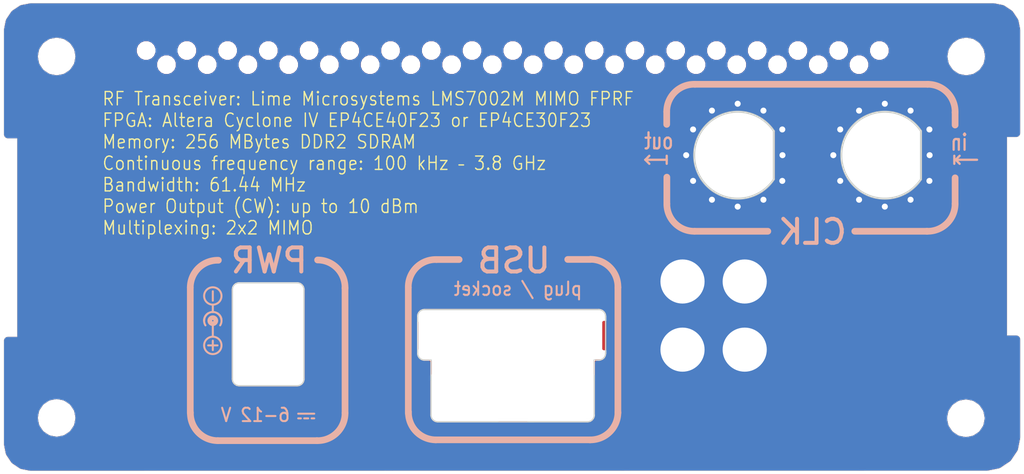
<source format=kicad_pcb>
(kicad_pcb (version 20160815) (host pcbnew "(2016-10-28 revision 192d4b8)-makepkg")

  (general
    (links 32)
    (no_connects 0)
    (area 25.619999 92.929999 101.630001 127.950001)
    (thickness 1.6)
    (drawings 313)
    (tracks 0)
    (zones 0)
    (modules 49)
    (nets 2)
  )

  (page A4)
  (layers
    (0 F.Cu signal)
    (31 B.Cu signal)
    (32 B.Adhes user)
    (33 F.Adhes user)
    (34 B.Paste user)
    (35 F.Paste user)
    (36 B.SilkS user)
    (37 F.SilkS user)
    (38 B.Mask user)
    (39 F.Mask user)
    (40 Dwgs.User user)
    (41 Cmts.User user)
    (42 Eco1.User user)
    (43 Eco2.User user)
    (44 Edge.Cuts user)
    (45 Margin user)
    (46 B.CrtYd user)
    (47 F.CrtYd user)
    (48 B.Fab user)
    (49 F.Fab user)
  )

  (setup
    (last_trace_width 0.25)
    (trace_clearance 0.2)
    (zone_clearance 0)
    (zone_45_only yes)
    (trace_min 0.2)
    (segment_width 0.17)
    (edge_width 0.1)
    (via_size 0.8)
    (via_drill 0.4)
    (via_min_size 0.4)
    (via_min_drill 0.3)
    (uvia_size 0.3)
    (uvia_drill 0.1)
    (uvias_allowed no)
    (uvia_min_size 0.2)
    (uvia_min_drill 0.1)
    (pcb_text_width 0.3)
    (pcb_text_size 1.5 1.5)
    (mod_edge_width 0.15)
    (mod_text_size 1 1)
    (mod_text_width 0.15)
    (pad_size 3.3 3.3)
    (pad_drill 1)
    (pad_to_mask_clearance 0)
    (aux_axis_origin 24.95 92.3)
    (grid_origin 75.184617 101.057916)
    (visible_elements 7FFFFFFF)
    (pcbplotparams
      (layerselection 0x010f0_ffffffff)
      (usegerberextensions true)
      (excludeedgelayer true)
      (linewidth 0.150000)
      (plotframeref false)
      (viasonmask false)
      (mode 1)
      (useauxorigin true)
      (hpglpennumber 1)
      (hpglpenspeed 20)
      (hpglpendiameter 15)
      (psnegative false)
      (psa4output false)
      (plotreference false)
      (plotvalue false)
      (plotinvisibletext false)
      (padsonsilk false)
      (subtractmaskfromsilk true)
      (outputformat 1)
      (mirror false)
      (drillshape 0)
      (scaleselection 1)
      (outputdirectory ../_Gerber/20160924_rear_panel/))
  )

  (net 0 "")
  (net 1 GND)

  (net_class Default "This is the default net class."
    (clearance 0.2)
    (trace_width 0.25)
    (via_dia 0.8)
    (via_drill 0.4)
    (uvia_dia 0.3)
    (uvia_drill 0.1)
    (diff_pair_gap 0.25)
    (diff_pair_width 0.2)
    (add_net GND)
  )

  (module Ohisja:hole (layer F.Cu) (tedit 581628BD) (tstamp 5816291C)
    (at 76.365227 118.867306)
    (descr "Mounting Hole 2.2mm, no annular, M2")
    (tags "mounting hole 2.2mm no annular m2")
    (fp_text reference REF** (at 0 -1.86) (layer F.SilkS) hide
      (effects (font (size 1 1) (thickness 0.15)))
    )
    (fp_text value Hole (at -0.02 1.59) (layer F.Fab) hide
      (effects (font (size 1 1) (thickness 0.15)))
    )
    (pad "" thru_hole circle (at 0 0) (size 3.3 3.3) (drill 3.3) (layers *.Cu *.Mask)
      (net 1 GND))
  )

  (module Ohisja:hole (layer F.Cu) (tedit 581628BD) (tstamp 58162918)
    (at 81.015227 118.867306)
    (descr "Mounting Hole 2.2mm, no annular, M2")
    (tags "mounting hole 2.2mm no annular m2")
    (fp_text reference REF** (at 0 -1.86) (layer F.SilkS) hide
      (effects (font (size 1 1) (thickness 0.15)))
    )
    (fp_text value Hole (at -0.02 1.59) (layer F.Fab) hide
      (effects (font (size 1 1) (thickness 0.15)))
    )
    (pad "" thru_hole circle (at 0 0) (size 3.3 3.3) (drill 3.3) (layers *.Cu *.Mask)
      (net 1 GND))
  )

  (module Ohisja:hole (layer F.Cu) (tedit 581628BD) (tstamp 58162914)
    (at 76.365227 113.767306)
    (descr "Mounting Hole 2.2mm, no annular, M2")
    (tags "mounting hole 2.2mm no annular m2")
    (fp_text reference REF** (at 0 -1.86) (layer F.SilkS) hide
      (effects (font (size 1 1) (thickness 0.15)))
    )
    (fp_text value Hole (at -0.02 1.59) (layer F.Fab) hide
      (effects (font (size 1 1) (thickness 0.15)))
    )
    (pad "" thru_hole circle (at 0 0) (size 3.3 3.3) (drill 3.3) (layers *.Cu *.Mask)
      (net 1 GND))
  )

  (module Ohisja:hole (layer F.Cu) (tedit 581628BD) (tstamp 58162840)
    (at 81.015227 113.767306)
    (descr "Mounting Hole 2.2mm, no annular, M2")
    (tags "mounting hole 2.2mm no annular m2")
    (fp_text reference REF** (at 0 -1.86) (layer F.SilkS) hide
      (effects (font (size 1 1) (thickness 0.15)))
    )
    (fp_text value Hole (at -0.02 1.59) (layer F.Fab) hide
      (effects (font (size 1 1) (thickness 0.15)))
    )
    (pad "" thru_hole circle (at 0 0) (size 3.3 3.3) (drill 3.3) (layers *.Cu *.Mask)
      (net 1 GND))
  )

  (module Ohisja:SMA_test1 (layer B.Cu) (tedit 58160FF1) (tstamp 5815FDDB)
    (at 80.490227 104.313718 180)
    (fp_text reference REF** (at -0.10439 5.255802 180) (layer Dwgs.User)
      (effects (font (size 1 1) (thickness 0.15)))
    )
    (fp_text value 2 (at 0 -0.094198 180) (layer B.Fab)
      (effects (font (size 1 1) (thickness 0.15)) (justify mirror))
    )
    (fp_circle (center 0 0) (end 2.66 0) (layer B.Mask) (width 3))
    (fp_arc (start 0 0) (end -2.7 1.81) (angle -292.3265473) (layer Edge.Cuts) (width 0.15))
    (fp_circle (center 0 0) (end 6.25 0) (layer Dwgs.User) (width 0.15))
    (fp_line (start 0.2 -0.2) (end -0.2 0.2) (layer Dwgs.User) (width 0.15))
    (fp_line (start -0.2 -0.2) (end 0.2 0.2) (layer Dwgs.User) (width 0.15))
    (fp_line (start 4 -2.1) (end 4 2.1) (layer Dwgs.User) (width 0.15))
    (fp_line (start 0 -4.5) (end 4 -2.1) (layer Dwgs.User) (width 0.15))
    (fp_line (start -4 -2.1) (end 0 -4.5) (layer Dwgs.User) (width 0.15))
    (fp_line (start -4 2.1) (end -4 -2.1) (layer Dwgs.User) (width 0.15))
    (fp_line (start 0 4.5) (end -4 2.1) (layer Dwgs.User) (width 0.15))
    (fp_line (start 4 2.1) (end 0 4.5) (layer Dwgs.User) (width 0.15))
    (fp_line (start -2.7 1.81) (end -2.7 -1.81) (layer Edge.Cuts) (width 0.15))
    (fp_circle (center 0 0) (end 4.5 0) (layer Dwgs.User) (width 0.15))
    (fp_circle (center 0 0) (end 3.25 0) (layer Dwgs.User) (width 0.15))
    (fp_line (start -2.93 1.84) (end -2.93 -1.85) (layer B.Mask) (width 0.7))
    (fp_circle (center 0 0) (end 3.83 0) (layer B.Mask) (width 1.35))
    (fp_line (start -2.92 1.98) (end -2.92 -1.99) (layer F.Mask) (width 0.7))
    (fp_circle (center 0 0) (end 3.83 0) (layer F.Mask) (width 1.35))
    (fp_circle (center 0 0) (end 2.66 0) (layer F.Mask) (width 3))
    (pad 1 thru_hole circle (at 3.85 0 270) (size 0.8 0.8) (drill 0.45) (layers *.Cu)
      (net 1 GND))
    (pad 1 thru_hole circle (at 3.334198 1.925 240) (size 0.8 0.8) (drill 0.45) (layers *.Cu)
      (net 1 GND))
    (pad 1 thru_hole circle (at 1.925 3.334198 210) (size 0.8 0.8) (drill 0.45) (layers *.Cu)
      (net 1 GND))
    (pad 1 thru_hole circle (at 0 3.85 180) (size 0.8 0.8) (drill 0.45) (layers *.Cu)
      (net 1 GND))
    (pad 1 thru_hole circle (at -1.925 3.334198 150) (size 0.8 0.8) (drill 0.45) (layers *.Cu)
      (net 1 GND))
    (pad 1 thru_hole circle (at -3.334198 1.925 120) (size 0.8 0.8) (drill 0.45) (layers *.Cu)
      (net 1 GND))
    (pad 1 thru_hole circle (at -3.35 0 90) (size 0.8 0.8) (drill 0.45) (layers *.Cu)
      (net 1 GND))
    (pad 1 thru_hole circle (at -3.334198 -1.925 60) (size 0.8 0.8) (drill 0.45) (layers *.Cu)
      (net 1 GND))
    (pad 1 thru_hole circle (at -1.925 -3.334198 30) (size 0.8 0.8) (drill 0.45) (layers *.Cu)
      (net 1 GND))
    (pad 1 thru_hole circle (at 0 -3.85) (size 0.8 0.8) (drill 0.45) (layers *.Cu)
      (net 1 GND))
    (pad 1 thru_hole circle (at 1.925 -3.334198 330) (size 0.8 0.8) (drill 0.45) (layers *.Cu)
      (net 1 GND))
    (pad 1 thru_hole circle (at 3.334198 -1.925 300) (size 0.8 0.8) (drill 0.45) (layers *.Cu)
      (net 1 GND))
    (model D:/Dropbox/Projekti/Ohisja/sma.wrl
      (at (xyz 0 -0.02559055118110237 -0.1377952755905512))
      (scale (xyz 0.3937 0.3937 0.3937))
      (rotate (xyz 0 0 0))
    )
  )

  (module SMA_test1 (layer B.Cu) (tedit 58160FF1) (tstamp 57ABA22E)
    (at 91.490227 104.313718 180)
    (fp_text reference REF** (at -0.10439 5.255802 180) (layer Dwgs.User)
      (effects (font (size 1 1) (thickness 0.15)))
    )
    (fp_text value 2 (at 0 -0.094198 180) (layer B.Fab)
      (effects (font (size 1 1) (thickness 0.15)) (justify mirror))
    )
    (fp_circle (center 0 0) (end 2.66 0) (layer F.Mask) (width 3))
    (fp_circle (center 0 0) (end 3.83 0) (layer F.Mask) (width 1.35))
    (fp_line (start -2.92 1.98) (end -2.92 -1.99) (layer F.Mask) (width 0.7))
    (fp_circle (center 0 0) (end 3.83 0) (layer B.Mask) (width 1.35))
    (fp_line (start -2.93 1.84) (end -2.93 -1.85) (layer B.Mask) (width 0.7))
    (fp_circle (center 0 0) (end 3.25 0) (layer Dwgs.User) (width 0.15))
    (fp_circle (center 0 0) (end 4.5 0) (layer Dwgs.User) (width 0.15))
    (fp_line (start -2.7 1.81) (end -2.7 -1.81) (layer Edge.Cuts) (width 0.15))
    (fp_line (start 4 2.1) (end 0 4.5) (layer Dwgs.User) (width 0.15))
    (fp_line (start 0 4.5) (end -4 2.1) (layer Dwgs.User) (width 0.15))
    (fp_line (start -4 2.1) (end -4 -2.1) (layer Dwgs.User) (width 0.15))
    (fp_line (start -4 -2.1) (end 0 -4.5) (layer Dwgs.User) (width 0.15))
    (fp_line (start 0 -4.5) (end 4 -2.1) (layer Dwgs.User) (width 0.15))
    (fp_line (start 4 -2.1) (end 4 2.1) (layer Dwgs.User) (width 0.15))
    (fp_line (start -0.2 -0.2) (end 0.2 0.2) (layer Dwgs.User) (width 0.15))
    (fp_line (start 0.2 -0.2) (end -0.2 0.2) (layer Dwgs.User) (width 0.15))
    (fp_circle (center 0 0) (end 6.25 0) (layer Dwgs.User) (width 0.15))
    (fp_arc (start 0 0) (end -2.7 1.81) (angle -292.3265473) (layer Edge.Cuts) (width 0.15))
    (fp_circle (center 0 0) (end 2.66 0) (layer B.Mask) (width 3))
    (pad 1 thru_hole circle (at 3.334198 -1.925 300) (size 0.8 0.8) (drill 0.45) (layers *.Cu)
      (net 1 GND))
    (pad 1 thru_hole circle (at 1.925 -3.334198 330) (size 0.8 0.8) (drill 0.45) (layers *.Cu)
      (net 1 GND))
    (pad 1 thru_hole circle (at 0 -3.85) (size 0.8 0.8) (drill 0.45) (layers *.Cu)
      (net 1 GND))
    (pad 1 thru_hole circle (at -1.925 -3.334198 30) (size 0.8 0.8) (drill 0.45) (layers *.Cu)
      (net 1 GND))
    (pad 1 thru_hole circle (at -3.334198 -1.925 60) (size 0.8 0.8) (drill 0.45) (layers *.Cu)
      (net 1 GND))
    (pad 1 thru_hole circle (at -3.35 0 90) (size 0.8 0.8) (drill 0.45) (layers *.Cu)
      (net 1 GND))
    (pad 1 thru_hole circle (at -3.334198 1.925 120) (size 0.8 0.8) (drill 0.45) (layers *.Cu)
      (net 1 GND))
    (pad 1 thru_hole circle (at -1.925 3.334198 150) (size 0.8 0.8) (drill 0.45) (layers *.Cu)
      (net 1 GND))
    (pad 1 thru_hole circle (at 0 3.85 180) (size 0.8 0.8) (drill 0.45) (layers *.Cu)
      (net 1 GND))
    (pad 1 thru_hole circle (at 1.925 3.334198 210) (size 0.8 0.8) (drill 0.45) (layers *.Cu)
      (net 1 GND))
    (pad 1 thru_hole circle (at 3.334198 1.925 240) (size 0.8 0.8) (drill 0.45) (layers *.Cu)
      (net 1 GND))
    (pad 1 thru_hole circle (at 3.85 0 270) (size 0.8 0.8) (drill 0.45) (layers *.Cu)
      (net 1 GND))
    (model D:/Dropbox/Projekti/Ohisja/sma.wrl
      (at (xyz 0 -0.02559055118110237 -0.1377952755905512))
      (scale (xyz 0.3937 0.3937 0.3937))
      (rotate (xyz 0 0 0))
    )
  )

  (module w_logo:Logo_silk_polarity_center_5x1.4mm (layer B.Cu) (tedit 0) (tstamp 58160E21)
    (at 41.25 116.7 270)
    (descr "Polarity logo, positive center, 5x1.4mm")
    (fp_text reference G*** (at -0.9 -0.6 270) (layer B.SilkS) hide
      (effects (font (size 0.0889 0.0889) (thickness 0.01778)) (justify mirror))
    )
    (fp_text value LOGO (at 1 -0.6 270) (layer B.SilkS) hide
      (effects (font (size 0.0889 0.0889) (thickness 0.01778)) (justify mirror))
    )
    (fp_arc (start 0 0) (end -0.65 0) (angle -90) (layer B.SilkS) (width 0.15))
    (fp_arc (start 0 0) (end 0 -0.65) (angle -90) (layer B.SilkS) (width 0.15))
    (fp_line (start -0.65 0) (end -1.2 0) (layer B.SilkS) (width 0.15))
    (fp_circle (center -1.85 0) (end -1.2 0) (layer B.SilkS) (width 0.15))
    (fp_circle (center 1.85 0) (end 2.5 0) (layer B.SilkS) (width 0.15))
    (fp_line (start 1.2 0) (end 0.3 0) (layer B.SilkS) (width 0.15))
    (fp_circle (center 0 0) (end -0.1 0) (layer B.SilkS) (width 0.3))
    (fp_circle (center 0 0) (end -0.2 0) (layer B.SilkS) (width 0.3))
    (fp_arc (start 0 0) (end -0.55 0.35) (angle -90) (layer B.SilkS) (width 0.15))
    (fp_arc (start 0 0) (end 0.35 -0.55) (angle -90) (layer B.SilkS) (width 0.15))
    (fp_line (start -2.2 0) (end -1.5 0) (layer B.SilkS) (width 0.15))
    (fp_line (start 1.5 0) (end 2.2 0) (layer B.SilkS) (width 0.15))
    (fp_line (start 1.85 -0.35) (end 1.85 0.35) (layer B.SilkS) (width 0.15))
  )

  (module Ohisja:hole (layer F.Cu) (tedit 57E7AB14) (tstamp 57DD630C)
    (at 43.8765 97.54)
    (descr "Mounting Hole 2.2mm, no annular, M2")
    (tags "mounting hole 2.2mm no annular m2")
    (fp_text reference REF** (at 0 -1.86) (layer F.SilkS) hide
      (effects (font (size 1 1) (thickness 0.15)))
    )
    (fp_text value Hole (at -0.02 1.59) (layer F.Fab) hide
      (effects (font (size 1 1) (thickness 0.15)))
    )
    (pad "" np_thru_hole circle (at 0 0) (size 1 1) (drill 1) (layers *.Cu *.Mask))
  )

  (module Ohisja:hole (layer F.Cu) (tedit 57E7AB14) (tstamp 57DD6308)
    (at 46.922 97.54)
    (descr "Mounting Hole 2.2mm, no annular, M2")
    (tags "mounting hole 2.2mm no annular m2")
    (fp_text reference REF** (at 0 -1.86) (layer F.SilkS) hide
      (effects (font (size 1 1) (thickness 0.15)))
    )
    (fp_text value Hole (at -0.02 1.59) (layer F.Fab) hide
      (effects (font (size 1 1) (thickness 0.15)))
    )
    (pad "" np_thru_hole circle (at 0 0) (size 1 1) (drill 1) (layers *.Cu *.Mask))
  )

  (module Ohisja:hole (layer F.Cu) (tedit 57E7AB14) (tstamp 57DD6300)
    (at 37.7855 97.54)
    (descr "Mounting Hole 2.2mm, no annular, M2")
    (tags "mounting hole 2.2mm no annular m2")
    (fp_text reference REF** (at 0 -1.86) (layer F.SilkS) hide
      (effects (font (size 1 1) (thickness 0.15)))
    )
    (fp_text value Hole (at -0.02 1.59) (layer F.Fab) hide
      (effects (font (size 1 1) (thickness 0.15)))
    )
    (pad "" np_thru_hole circle (at 0 0) (size 1 1) (drill 1) (layers *.Cu *.Mask))
  )

  (module Ohisja:hole (layer F.Cu) (tedit 57E7AB14) (tstamp 57DD62FC)
    (at 53.013 97.54)
    (descr "Mounting Hole 2.2mm, no annular, M2")
    (tags "mounting hole 2.2mm no annular m2")
    (fp_text reference REF** (at 0 -1.86) (layer F.SilkS) hide
      (effects (font (size 1 1) (thickness 0.15)))
    )
    (fp_text value Hole (at -0.02 1.59) (layer F.Fab) hide
      (effects (font (size 1 1) (thickness 0.15)))
    )
    (pad "" np_thru_hole circle (at 0 0) (size 1 1) (drill 1) (layers *.Cu *.Mask))
  )

  (module Ohisja:hole (layer F.Cu) (tedit 57E7AB14) (tstamp 57DD62F8)
    (at 40.831 97.54)
    (descr "Mounting Hole 2.2mm, no annular, M2")
    (tags "mounting hole 2.2mm no annular m2")
    (fp_text reference REF** (at 0 -1.86) (layer F.SilkS) hide
      (effects (font (size 1 1) (thickness 0.15)))
    )
    (fp_text value Hole (at -0.02 1.59) (layer F.Fab) hide
      (effects (font (size 1 1) (thickness 0.15)))
    )
    (pad "" np_thru_hole circle (at 0 0) (size 1 1) (drill 1) (layers *.Cu *.Mask))
  )

  (module Ohisja:hole (layer F.Cu) (tedit 57E7AB14) (tstamp 57DD62F4)
    (at 49.9675 97.54)
    (descr "Mounting Hole 2.2mm, no annular, M2")
    (tags "mounting hole 2.2mm no annular m2")
    (fp_text reference REF** (at 0 -1.86) (layer F.SilkS) hide
      (effects (font (size 1 1) (thickness 0.15)))
    )
    (fp_text value Hole (at -0.02 1.59) (layer F.Fab) hide
      (effects (font (size 1 1) (thickness 0.15)))
    )
    (pad "" np_thru_hole circle (at 0 0) (size 1 1) (drill 1) (layers *.Cu *.Mask))
  )

  (module Ohisja:hole (layer F.Cu) (tedit 57E7AB14) (tstamp 57DD62F0)
    (at 74.3315 97.54)
    (descr "Mounting Hole 2.2mm, no annular, M2")
    (tags "mounting hole 2.2mm no annular m2")
    (fp_text reference REF** (at 0 -1.86) (layer F.SilkS) hide
      (effects (font (size 1 1) (thickness 0.15)))
    )
    (fp_text value Hole (at -0.02 1.59) (layer F.Fab) hide
      (effects (font (size 1 1) (thickness 0.15)))
    )
    (pad "" np_thru_hole circle (at 0 0) (size 1 1) (drill 1) (layers *.Cu *.Mask))
  )

  (module Ohisja:hole (layer F.Cu) (tedit 57E7AB14) (tstamp 57DD62EC)
    (at 59.104 97.54)
    (descr "Mounting Hole 2.2mm, no annular, M2")
    (tags "mounting hole 2.2mm no annular m2")
    (fp_text reference REF** (at 0 -1.86) (layer F.SilkS) hide
      (effects (font (size 1 1) (thickness 0.15)))
    )
    (fp_text value Hole (at -0.02 1.59) (layer F.Fab) hide
      (effects (font (size 1 1) (thickness 0.15)))
    )
    (pad "" np_thru_hole circle (at 0 0) (size 1 1) (drill 1) (layers *.Cu *.Mask))
  )

  (module Ohisja:hole (layer F.Cu) (tedit 57E7AB14) (tstamp 57DD62E8)
    (at 62.1495 97.54)
    (descr "Mounting Hole 2.2mm, no annular, M2")
    (tags "mounting hole 2.2mm no annular m2")
    (fp_text reference REF** (at 0 -1.86) (layer F.SilkS) hide
      (effects (font (size 1 1) (thickness 0.15)))
    )
    (fp_text value Hole (at -0.02 1.59) (layer F.Fab) hide
      (effects (font (size 1 1) (thickness 0.15)))
    )
    (pad "" np_thru_hole circle (at 0 0) (size 1 1) (drill 1) (layers *.Cu *.Mask))
  )

  (module Ohisja:hole (layer F.Cu) (tedit 57E7AB14) (tstamp 57DD62E4)
    (at 68.2405 97.54)
    (descr "Mounting Hole 2.2mm, no annular, M2")
    (tags "mounting hole 2.2mm no annular m2")
    (fp_text reference REF** (at 0 -1.86) (layer F.SilkS) hide
      (effects (font (size 1 1) (thickness 0.15)))
    )
    (fp_text value Hole (at -0.02 1.59) (layer F.Fab) hide
      (effects (font (size 1 1) (thickness 0.15)))
    )
    (pad "" np_thru_hole circle (at 0 0) (size 1 1) (drill 1) (layers *.Cu *.Mask))
  )

  (module Ohisja:hole (layer F.Cu) (tedit 57E7AB14) (tstamp 57DD62E0)
    (at 71.286 97.54)
    (descr "Mounting Hole 2.2mm, no annular, M2")
    (tags "mounting hole 2.2mm no annular m2")
    (fp_text reference REF** (at 0 -1.86) (layer F.SilkS) hide
      (effects (font (size 1 1) (thickness 0.15)))
    )
    (fp_text value Hole (at -0.02 1.59) (layer F.Fab) hide
      (effects (font (size 1 1) (thickness 0.15)))
    )
    (pad "" np_thru_hole circle (at 0 0) (size 1 1) (drill 1) (layers *.Cu *.Mask))
  )

  (module Ohisja:hole (layer F.Cu) (tedit 57E7AB14) (tstamp 57DD62DC)
    (at 65.195 97.54)
    (descr "Mounting Hole 2.2mm, no annular, M2")
    (tags "mounting hole 2.2mm no annular m2")
    (fp_text reference REF** (at 0 -1.86) (layer F.SilkS) hide
      (effects (font (size 1 1) (thickness 0.15)))
    )
    (fp_text value Hole (at -0.02 1.59) (layer F.Fab) hide
      (effects (font (size 1 1) (thickness 0.15)))
    )
    (pad "" np_thru_hole circle (at 0 0) (size 1 1) (drill 1) (layers *.Cu *.Mask))
  )

  (module Ohisja:hole (layer F.Cu) (tedit 57E7AB14) (tstamp 57DD62D8)
    (at 56.0585 97.54)
    (descr "Mounting Hole 2.2mm, no annular, M2")
    (tags "mounting hole 2.2mm no annular m2")
    (fp_text reference REF** (at 0 -1.86) (layer F.SilkS) hide
      (effects (font (size 1 1) (thickness 0.15)))
    )
    (fp_text value Hole (at -0.02 1.59) (layer F.Fab) hide
      (effects (font (size 1 1) (thickness 0.15)))
    )
    (pad "" np_thru_hole circle (at 0 0) (size 1 1) (drill 1) (layers *.Cu *.Mask))
  )

  (module Ohisja:hole (layer F.Cu) (tedit 57E7AB14) (tstamp 57DD62D4)
    (at 89.559 97.54)
    (descr "Mounting Hole 2.2mm, no annular, M2")
    (tags "mounting hole 2.2mm no annular m2")
    (fp_text reference REF** (at 0 -1.86) (layer F.SilkS) hide
      (effects (font (size 1 1) (thickness 0.15)))
    )
    (fp_text value Hole (at -0.02 1.59) (layer F.Fab) hide
      (effects (font (size 1 1) (thickness 0.15)))
    )
    (pad "" np_thru_hole circle (at 0 0) (size 1 1) (drill 1) (layers *.Cu *.Mask))
  )

  (module Ohisja:hole (layer F.Cu) (tedit 57E7AB14) (tstamp 57DD62D0)
    (at 80.4225 97.54)
    (descr "Mounting Hole 2.2mm, no annular, M2")
    (tags "mounting hole 2.2mm no annular m2")
    (fp_text reference REF** (at 0 -1.86) (layer F.SilkS) hide
      (effects (font (size 1 1) (thickness 0.15)))
    )
    (fp_text value Hole (at -0.02 1.59) (layer F.Fab) hide
      (effects (font (size 1 1) (thickness 0.15)))
    )
    (pad "" np_thru_hole circle (at 0 0) (size 1 1) (drill 1) (layers *.Cu *.Mask))
  )

  (module Ohisja:hole (layer F.Cu) (tedit 57E7AB14) (tstamp 57DD62CC)
    (at 83.468 97.54)
    (descr "Mounting Hole 2.2mm, no annular, M2")
    (tags "mounting hole 2.2mm no annular m2")
    (fp_text reference REF** (at 0 -1.86) (layer F.SilkS) hide
      (effects (font (size 1 1) (thickness 0.15)))
    )
    (fp_text value Hole (at -0.02 1.59) (layer F.Fab) hide
      (effects (font (size 1 1) (thickness 0.15)))
    )
    (pad "" np_thru_hole circle (at 0 0) (size 1 1) (drill 1) (layers *.Cu *.Mask))
  )

  (module Ohisja:hole (layer F.Cu) (tedit 57E7AB14) (tstamp 57DD62C8)
    (at 86.5135 97.54)
    (descr "Mounting Hole 2.2mm, no annular, M2")
    (tags "mounting hole 2.2mm no annular m2")
    (fp_text reference REF** (at 0 -1.86) (layer F.SilkS) hide
      (effects (font (size 1 1) (thickness 0.15)))
    )
    (fp_text value Hole (at -0.02 1.59) (layer F.Fab) hide
      (effects (font (size 1 1) (thickness 0.15)))
    )
    (pad "" np_thru_hole circle (at 0 0) (size 1 1) (drill 1) (layers *.Cu *.Mask))
  )

  (module Ohisja:hole (layer F.Cu) (tedit 57E7AB14) (tstamp 57DD62C4)
    (at 77.377 97.54)
    (descr "Mounting Hole 2.2mm, no annular, M2")
    (tags "mounting hole 2.2mm no annular m2")
    (fp_text reference REF** (at 0 -1.86) (layer F.SilkS) hide
      (effects (font (size 1 1) (thickness 0.15)))
    )
    (fp_text value Hole (at -0.02 1.59) (layer F.Fab) hide
      (effects (font (size 1 1) (thickness 0.15)))
    )
    (pad "" np_thru_hole circle (at 0 0) (size 1 1) (drill 1) (layers *.Cu *.Mask))
  )

  (module Ohisja:hole (layer F.Cu) (tedit 57E7AB14) (tstamp 57DD60BC)
    (at 91.0845 96.48)
    (descr "Mounting Hole 2.2mm, no annular, M2")
    (tags "mounting hole 2.2mm no annular m2")
    (fp_text reference REF** (at 0 -1.86) (layer F.SilkS) hide
      (effects (font (size 1 1) (thickness 0.15)))
    )
    (fp_text value Hole (at -0.02 1.59) (layer F.Fab) hide
      (effects (font (size 1 1) (thickness 0.15)))
    )
    (pad "" np_thru_hole circle (at 0 0) (size 1 1) (drill 1) (layers *.Cu *.Mask))
  )

  (module Ohisja:hole (layer F.Cu) (tedit 57E7AB14) (tstamp 57DD60B8)
    (at 88.039 96.48)
    (descr "Mounting Hole 2.2mm, no annular, M2")
    (tags "mounting hole 2.2mm no annular m2")
    (fp_text reference REF** (at 0 -1.86) (layer F.SilkS) hide
      (effects (font (size 1 1) (thickness 0.15)))
    )
    (fp_text value Hole (at -0.02 1.59) (layer F.Fab) hide
      (effects (font (size 1 1) (thickness 0.15)))
    )
    (pad "" np_thru_hole circle (at 0 0) (size 1 1) (drill 1) (layers *.Cu *.Mask))
  )

  (module Ohisja:hole (layer F.Cu) (tedit 57E7AB14) (tstamp 57DD60B4)
    (at 84.9935 96.48)
    (descr "Mounting Hole 2.2mm, no annular, M2")
    (tags "mounting hole 2.2mm no annular m2")
    (fp_text reference REF** (at 0 -1.86) (layer F.SilkS) hide
      (effects (font (size 1 1) (thickness 0.15)))
    )
    (fp_text value Hole (at -0.02 1.59) (layer F.Fab) hide
      (effects (font (size 1 1) (thickness 0.15)))
    )
    (pad "" np_thru_hole circle (at 0 0) (size 1 1) (drill 1) (layers *.Cu *.Mask))
  )

  (module Ohisja:hole (layer F.Cu) (tedit 57E7AB14) (tstamp 57DD60B0)
    (at 81.948 96.48)
    (descr "Mounting Hole 2.2mm, no annular, M2")
    (tags "mounting hole 2.2mm no annular m2")
    (fp_text reference REF** (at 0 -1.86) (layer F.SilkS) hide
      (effects (font (size 1 1) (thickness 0.15)))
    )
    (fp_text value Hole (at -0.02 1.59) (layer F.Fab) hide
      (effects (font (size 1 1) (thickness 0.15)))
    )
    (pad "" np_thru_hole circle (at 0 0) (size 1 1) (drill 1) (layers *.Cu *.Mask))
  )

  (module Ohisja:hole (layer F.Cu) (tedit 57E7AB14) (tstamp 57DD60AC)
    (at 78.9025 96.48)
    (descr "Mounting Hole 2.2mm, no annular, M2")
    (tags "mounting hole 2.2mm no annular m2")
    (fp_text reference REF** (at 0 -1.86) (layer F.SilkS) hide
      (effects (font (size 1 1) (thickness 0.15)))
    )
    (fp_text value Hole (at -0.02 1.59) (layer F.Fab) hide
      (effects (font (size 1 1) (thickness 0.15)))
    )
    (pad "" np_thru_hole circle (at 0 0) (size 1 1) (drill 1) (layers *.Cu *.Mask))
  )

  (module Ohisja:hole (layer F.Cu) (tedit 57E7AB14) (tstamp 57DD60A8)
    (at 75.857 96.48)
    (descr "Mounting Hole 2.2mm, no annular, M2")
    (tags "mounting hole 2.2mm no annular m2")
    (fp_text reference REF** (at 0 -1.86) (layer F.SilkS) hide
      (effects (font (size 1 1) (thickness 0.15)))
    )
    (fp_text value Hole (at -0.02 1.59) (layer F.Fab) hide
      (effects (font (size 1 1) (thickness 0.15)))
    )
    (pad "" np_thru_hole circle (at 0 0) (size 1 1) (drill 1) (layers *.Cu *.Mask))
  )

  (module Ohisja:hole (layer F.Cu) (tedit 57E7AB14) (tstamp 57DD60A4)
    (at 72.8115 96.48)
    (descr "Mounting Hole 2.2mm, no annular, M2")
    (tags "mounting hole 2.2mm no annular m2")
    (fp_text reference REF** (at 0 -1.86) (layer F.SilkS) hide
      (effects (font (size 1 1) (thickness 0.15)))
    )
    (fp_text value Hole (at -0.02 1.59) (layer F.Fab) hide
      (effects (font (size 1 1) (thickness 0.15)))
    )
    (pad "" np_thru_hole circle (at 0 0) (size 1 1) (drill 1) (layers *.Cu *.Mask))
  )

  (module Ohisja:hole (layer F.Cu) (tedit 57E7AB14) (tstamp 57DD60A0)
    (at 69.766 96.48)
    (descr "Mounting Hole 2.2mm, no annular, M2")
    (tags "mounting hole 2.2mm no annular m2")
    (fp_text reference REF** (at 0 -1.86) (layer F.SilkS) hide
      (effects (font (size 1 1) (thickness 0.15)))
    )
    (fp_text value Hole (at -0.02 1.59) (layer F.Fab) hide
      (effects (font (size 1 1) (thickness 0.15)))
    )
    (pad "" np_thru_hole circle (at 0 0) (size 1 1) (drill 1) (layers *.Cu *.Mask))
  )

  (module Ohisja:hole (layer F.Cu) (tedit 57E7AB14) (tstamp 57DD609C)
    (at 66.7205 96.48)
    (descr "Mounting Hole 2.2mm, no annular, M2")
    (tags "mounting hole 2.2mm no annular m2")
    (fp_text reference REF** (at 0 -1.86) (layer F.SilkS) hide
      (effects (font (size 1 1) (thickness 0.15)))
    )
    (fp_text value Hole (at -0.02 1.59) (layer F.Fab) hide
      (effects (font (size 1 1) (thickness 0.15)))
    )
    (pad "" np_thru_hole circle (at 0 0) (size 1 1) (drill 1) (layers *.Cu *.Mask))
  )

  (module Ohisja:hole (layer F.Cu) (tedit 57E7AB14) (tstamp 57DD6098)
    (at 63.675 96.48)
    (descr "Mounting Hole 2.2mm, no annular, M2")
    (tags "mounting hole 2.2mm no annular m2")
    (fp_text reference REF** (at 0 -1.86) (layer F.SilkS) hide
      (effects (font (size 1 1) (thickness 0.15)))
    )
    (fp_text value Hole (at -0.02 1.59) (layer F.Fab) hide
      (effects (font (size 1 1) (thickness 0.15)))
    )
    (pad "" np_thru_hole circle (at 0 0) (size 1 1) (drill 1) (layers *.Cu *.Mask))
  )

  (module Ohisja:hole (layer F.Cu) (tedit 57E7AB14) (tstamp 57DD6094)
    (at 60.6295 96.48)
    (descr "Mounting Hole 2.2mm, no annular, M2")
    (tags "mounting hole 2.2mm no annular m2")
    (fp_text reference REF** (at 0 -1.86) (layer F.SilkS) hide
      (effects (font (size 1 1) (thickness 0.15)))
    )
    (fp_text value Hole (at -0.02 1.59) (layer F.Fab) hide
      (effects (font (size 1 1) (thickness 0.15)))
    )
    (pad "" np_thru_hole circle (at 0 0) (size 1 1) (drill 1) (layers *.Cu *.Mask))
  )

  (module Ohisja:hole (layer F.Cu) (tedit 57E7AB14) (tstamp 57DD6090)
    (at 57.584 96.48)
    (descr "Mounting Hole 2.2mm, no annular, M2")
    (tags "mounting hole 2.2mm no annular m2")
    (fp_text reference REF** (at 0 -1.86) (layer F.SilkS) hide
      (effects (font (size 1 1) (thickness 0.15)))
    )
    (fp_text value Hole (at -0.02 1.59) (layer F.Fab) hide
      (effects (font (size 1 1) (thickness 0.15)))
    )
    (pad "" np_thru_hole circle (at 0 0) (size 1 1) (drill 1) (layers *.Cu *.Mask))
  )

  (module Ohisja:hole (layer F.Cu) (tedit 57E7AB14) (tstamp 57DD608C)
    (at 54.5385 96.48)
    (descr "Mounting Hole 2.2mm, no annular, M2")
    (tags "mounting hole 2.2mm no annular m2")
    (fp_text reference REF** (at 0 -1.86) (layer F.SilkS) hide
      (effects (font (size 1 1) (thickness 0.15)))
    )
    (fp_text value Hole (at -0.02 1.59) (layer F.Fab) hide
      (effects (font (size 1 1) (thickness 0.15)))
    )
    (pad "" np_thru_hole circle (at 0 0) (size 1 1) (drill 1) (layers *.Cu *.Mask))
  )

  (module Ohisja:hole (layer F.Cu) (tedit 57E7AB14) (tstamp 57DD6088)
    (at 51.493 96.48)
    (descr "Mounting Hole 2.2mm, no annular, M2")
    (tags "mounting hole 2.2mm no annular m2")
    (fp_text reference REF** (at 0 -1.86) (layer F.SilkS) hide
      (effects (font (size 1 1) (thickness 0.15)))
    )
    (fp_text value Hole (at -0.02 1.59) (layer F.Fab) hide
      (effects (font (size 1 1) (thickness 0.15)))
    )
    (pad "" np_thru_hole circle (at 0 0) (size 1 1) (drill 1) (layers *.Cu *.Mask))
  )

  (module Ohisja:hole (layer F.Cu) (tedit 57E7AB14) (tstamp 57DD6084)
    (at 48.4475 96.48)
    (descr "Mounting Hole 2.2mm, no annular, M2")
    (tags "mounting hole 2.2mm no annular m2")
    (fp_text reference REF** (at 0 -1.86) (layer F.SilkS) hide
      (effects (font (size 1 1) (thickness 0.15)))
    )
    (fp_text value Hole (at -0.02 1.59) (layer F.Fab) hide
      (effects (font (size 1 1) (thickness 0.15)))
    )
    (pad "" np_thru_hole circle (at 0 0) (size 1 1) (drill 1) (layers *.Cu *.Mask))
  )

  (module Ohisja:hole (layer F.Cu) (tedit 57E7AB14) (tstamp 57DD6080)
    (at 45.402 96.48)
    (descr "Mounting Hole 2.2mm, no annular, M2")
    (tags "mounting hole 2.2mm no annular m2")
    (fp_text reference REF** (at 0 -1.86) (layer F.SilkS) hide
      (effects (font (size 1 1) (thickness 0.15)))
    )
    (fp_text value Hole (at -0.02 1.59) (layer F.Fab) hide
      (effects (font (size 1 1) (thickness 0.15)))
    )
    (pad "" np_thru_hole circle (at 0 0) (size 1 1) (drill 1) (layers *.Cu *.Mask))
  )

  (module Ohisja:hole (layer F.Cu) (tedit 57E7AB14) (tstamp 57DD607C)
    (at 42.3565 96.48)
    (descr "Mounting Hole 2.2mm, no annular, M2")
    (tags "mounting hole 2.2mm no annular m2")
    (fp_text reference REF** (at 0 -1.86) (layer F.SilkS) hide
      (effects (font (size 1 1) (thickness 0.15)))
    )
    (fp_text value Hole (at -0.02 1.59) (layer F.Fab) hide
      (effects (font (size 1 1) (thickness 0.15)))
    )
    (pad "" np_thru_hole circle (at 0 0) (size 1 1) (drill 1) (layers *.Cu *.Mask))
  )

  (module Ohisja:hole (layer F.Cu) (tedit 57E7AB14) (tstamp 57DD6078)
    (at 39.311 96.48)
    (descr "Mounting Hole 2.2mm, no annular, M2")
    (tags "mounting hole 2.2mm no annular m2")
    (fp_text reference REF** (at 0 -1.86) (layer F.SilkS) hide
      (effects (font (size 1 1) (thickness 0.15)))
    )
    (fp_text value Hole (at -0.02 1.59) (layer F.Fab) hide
      (effects (font (size 1 1) (thickness 0.15)))
    )
    (pad "" np_thru_hole circle (at 0 0) (size 1 1) (drill 1) (layers *.Cu *.Mask))
  )

  (module Ohisja:hole (layer F.Cu) (tedit 57E7AB14) (tstamp 57DD6074)
    (at 36.2655 96.48)
    (descr "Mounting Hole 2.2mm, no annular, M2")
    (tags "mounting hole 2.2mm no annular m2")
    (fp_text reference REF1 (at 0 -1.86) (layer F.SilkS) hide
      (effects (font (size 1 1) (thickness 0.15)))
    )
    (fp_text value Hole (at -0.02 1.59) (layer F.Fab) hide
      (effects (font (size 1 1) (thickness 0.15)))
    )
    (pad "" np_thru_hole circle (at 0 0) (size 1 1) (drill 1) (layers *.Cu *.Mask))
  )

  (module Connect:1pin (layer F.Cu) (tedit 57E7AB14) (tstamp 57D42815)
    (at 57.015227 120.207916)
    (descr "module 1 pin (ou trou mecanique de percage)")
    (tags DEV)
    (fp_text reference REF** (at 0 -4.175) (layer F.SilkS) hide
      (effects (font (size 1 1) (thickness 0.15)))
    )
    (fp_text value 1pin (at 0 2.794) (layer F.Fab)
      (effects (font (size 1 1) (thickness 0.15)))
    )
    (pad 1 smd roundrect (at 0 0) (size 1.2 1.2) (layers F.Cu F.Mask)(roundrect_rratio 0.1)
      (net 1 GND) (zone_connect 1) (thermal_width 0.5) (thermal_gap 0.3))
  )

  (module Connect:1pin (layer F.Cu) (tedit 57E7AB14) (tstamp 57D427FA)
    (at 70.325227 120.197916)
    (descr "module 1 pin (ou trou mecanique de percage)")
    (tags DEV)
    (fp_text reference REF** (at 0 -4.175) (layer F.SilkS) hide
      (effects (font (size 1 1) (thickness 0.15)))
    )
    (fp_text value 1pin (at 0 2.794) (layer F.Fab)
      (effects (font (size 1 1) (thickness 0.15)))
    )
    (pad 1 smd roundrect (at 0 0) (size 1.2 1.2) (layers F.Cu F.Mask)(roundrect_rratio 0.1)
      (net 1 GND) (zone_connect 1) (thermal_width 0.5) (thermal_gap 0.3))
  )

  (module Connect:1pin (layer F.Cu) (tedit 57E7AB14) (tstamp 57D427F0)
    (at 63.695227 124.527916 270)
    (descr "module 1 pin (ou trou mecanique de percage)")
    (tags DEV)
    (fp_text reference REF** (at 0 -4.175 270) (layer F.SilkS) hide
      (effects (font (size 1 1) (thickness 0.15)))
    )
    (fp_text value 1pin (at 0 2.794 270) (layer F.Fab)
      (effects (font (size 1 1) (thickness 0.15)))
    )
    (pad 1 smd roundrect (at 0 0 270) (size 0.6 2.2) (layers F.Cu F.Mask)(roundrect_rratio 0.1)
      (net 1 GND) (zone_connect 1) (thermal_width 0.3) (thermal_gap 0.5))
  )

  (module Connect:1pin (layer F.Cu) (tedit 57E7AB14) (tstamp 57D427BC)
    (at 56.015227 117.82 180)
    (descr "module 1 pin (ou trou mecanique de percage)")
    (tags DEV)
    (fp_text reference REF** (at 0 -4.175 180) (layer F.SilkS) hide
      (effects (font (size 1 1) (thickness 0.15)))
    )
    (fp_text value 1pin (at 0 2.794 180) (layer F.Fab)
      (effects (font (size 1 1) (thickness 0.15)))
    )
    (pad 1 smd roundrect (at 0 0 180) (size 1.2 2.2) (layers F.Cu F.Mask)(roundrect_rratio 0.1)
      (net 1 GND) (zone_connect 1) (thermal_width 0.5) (thermal_gap 0.5))
  )

  (module Connect:1pin (layer F.Cu) (tedit 57E7AB14) (tstamp 57C9F2A1)
    (at 70.965227 117.815001 180)
    (descr "module 1 pin (ou trou mecanique de percage)")
    (tags DEV)
    (fp_text reference REF** (at 0 -4.175 180) (layer F.SilkS) hide
      (effects (font (size 1 1) (thickness 0.15)))
    )
    (fp_text value 1pin (at 0 2.794 180) (layer F.Fab)
      (effects (font (size 1 1) (thickness 0.15)))
    )
    (pad 1 smd roundrect (at 0 0 180) (size 1.2 2.2) (layers F.Cu F.Mask)(roundrect_rratio 0.1)
      (net 1 GND) (zone_connect 1) (thermal_width 0.5) (thermal_gap 0.5))
  )

  (gr_line (start 96.684617 104.357916) (end 96.684617 104.957916) (layer B.SilkS) (width 0.17) (tstamp 58162BA1))
  (gr_line (start 96.784617 104.657916) (end 97.084617 104.357916) (layer B.SilkS) (width 0.17) (tstamp 58162BA0))
  (gr_line (start 98.384617 104.657916) (end 96.784617 104.657916) (layer B.SilkS) (width 0.17) (tstamp 58162B9F))
  (gr_line (start 96.784617 104.657916) (end 97.084617 104.957916) (layer B.SilkS) (width 0.17) (tstamp 58162B9E))
  (gr_line (start 75.184617 104.357916) (end 75.184617 104.957916) (layer B.SilkS) (width 0.17))
  (gr_line (start 73.584617 104.657916) (end 73.884617 104.957916) (layer B.SilkS) (width 0.17))
  (gr_line (start 73.584617 104.657916) (end 73.884617 104.357916) (layer B.SilkS) (width 0.17))
  (gr_line (start 75.184617 104.657916) (end 73.584617 104.657916) (layer B.SilkS) (width 0.17))
  (gr_line (start 75.184617 101.057916) (end 75.184617 102.007306) (layer B.SilkS) (width 0.5) (tstamp 58162B12))
  (gr_line (start 96.745227 101.108526) (end 96.745227 102.057916) (layer B.SilkS) (width 0.5) (tstamp 581629C6))
  (gr_line (start 96.745227 106.008526) (end 96.745227 107.957916) (layer B.SilkS) (width 0.5) (tstamp 581629C5))
  (gr_line (start 48.633142 124.010448) (end 48.833141 124.010449) (layer B.SilkS) (width 0.15))
  (gr_line (start 48.083142 124.010449) (end 48.383142 124.010449) (layer B.SilkS) (width 0.15))
  (gr_line (start 47.633143 124.010448) (end 47.833142 124.010448) (layer B.SilkS) (width 0.15))
  (gr_line (start 47.633143 123.660448) (end 48.833142 123.660448) (layer B.SilkS) (width 0.15))
  (gr_text out (at 74.594617 103.257916) (layer B.SilkS) (tstamp 5816083F)
    (effects (font (size 1.2 0.9) (thickness 0.17)) (justify mirror))
  )
  (gr_line (start 75.194617 105.957916) (end 75.194617 107.957916) (layer B.SilkS) (width 0.5) (tstamp 5816082A))
  (gr_text in (at 97.044617 103.357916) (layer B.SilkS) (tstamp 58160728)
    (effects (font (size 1.2 0.9) (thickness 0.17)) (justify mirror))
  )
  (gr_arc (start 77.244617 107.957916) (end 75.194007 107.957916) (angle -90) (layer B.SilkS) (width 0.5) (tstamp 57ABA2A5))
  (gr_arc (start 94.694617 107.957916) (end 94.644617 110.007916) (angle -91.39718103) (layer B.SilkS) (width 0.5) (tstamp 57AB9C32))
  (gr_line (start 82.744617 110.007916) (end 77.294617 110.007916) (layer B.SilkS) (width 0.5) (tstamp 58160689))
  (gr_text CLK (at 86.085227 110.057916) (layer B.SilkS) (tstamp 58160382)
    (effects (font (size 1.8 1.8) (thickness 0.3)) (justify mirror))
  )
  (gr_line (start 94.644617 110.007916) (end 89.244617 110.007916) (layer B.SilkS) (width 0.5) (tstamp 5815FFDA))
  (gr_line (start 99.14 121.54) (end 28.26 121.54) (layer Dwgs.User) (width 0.02))
  (gr_line (start 99.141041 119.937925) (end 99.143865 121.902356) (layer Dwgs.User) (width 0.1))
  (gr_line (start 99.14 119.94) (end 99.14 121.54) (layer Dwgs.User) (width 0.1))
  (gr_text "RF Transceiver: Lime Microsystems LMS7002M MIMO FPRF\nFPGA: Altera Cyclone IV EP4CE40F23 or EP4CE30F23\nMemory: 256 MBytes DDR2 SDRAM\nContinuous frequency range: 100 kHz – 3.8 GHz\nBandwidth: 61.44 MHz\nPower Output (CW): up to 10 dBm\nMultiplexing: 2x2 MIMO" (at 32.93 104.92) (layer F.SilkS)
    (effects (font (size 1 0.9) (thickness 0.1)) (justify left))
  )
  (gr_text "plug / socket" (at 64.065227 114.317916) (layer B.SilkS) (tstamp 57B64499)
    (effects (font (size 1 0.9) (thickness 0.15)) (justify mirror))
  )
  (gr_text "6-12 V" (at 44.433143 123.760448) (layer B.SilkS) (tstamp 57B64349)
    (effects (font (size 1 0.9) (thickness 0.15)) (justify mirror))
  )
  (gr_line (start 59.665373 112.124296) (end 57.965373 112.124296) (layer B.SilkS) (width 0.5))
  (gr_line (start 69.484617 112.117306) (end 67.784617 112.117306) (layer B.SilkS) (width 0.5))
  (gr_arc (start 69.485227 123.567916) (end 69.435227 125.617916) (angle -91.39718103) (layer B.SilkS) (width 0.5) (tstamp 57B6427F))
  (gr_arc (start 57.925227 123.567306) (end 55.875227 123.517306) (angle -91.4) (layer B.SilkS) (width 0.5) (tstamp 57B6427E))
  (gr_line (start 57.915227 125.617306) (end 69.465227 125.617306) (layer B.SilkS) (width 0.5) (tstamp 57B6427D))
  (gr_line (start 55.865227 123.617916) (end 55.865227 114.217916) (layer B.SilkS) (width 0.5) (tstamp 57B6427C))
  (gr_arc (start 57.915373 114.174296) (end 57.965373 112.124296) (angle -92.61605329) (layer B.SilkS) (width 0.5) (tstamp 57B6427B))
  (gr_arc (start 69.484617 114.157916) (end 71.534617 114.207916) (angle -91.39718103) (layer B.SilkS) (width 0.5) (tstamp 57B6427A))
  (gr_line (start 71.535227 123.587916) (end 71.534617 114.207916) (layer B.SilkS) (width 0.5) (tstamp 57B64279))
  (gr_line (start 39.565227 123.617916) (end 39.565227 114.217916) (layer B.SilkS) (width 0.5))
  (gr_arc (start 41.615837 114.227916) (end 41.665837 112.177916) (angle -91.39718103) (layer B.SilkS) (width 0.5) (tstamp 57B641C9))
  (gr_arc (start 41.625227 123.627306) (end 39.575227 123.577306) (angle -91.4) (layer B.SilkS) (width 0.5) (tstamp 57B641C7))
  (gr_line (start 41.63 125.678) (end 49.045227 125.678) (layer B.SilkS) (width 0.5) (tstamp 57B641C6))
  (gr_arc (start 49.085227 123.627916) (end 49.035227 125.677916) (angle -91.39718103) (layer B.SilkS) (width 0.5) (tstamp 57B641C5))
  (gr_line (start 51.135227 123.587916) (end 51.134617 114.257916) (layer B.SilkS) (width 0.5) (tstamp 57B641C4))
  (gr_arc (start 49.084617 114.207916) (end 51.134617 114.257916) (angle -91.39718103) (layer B.SilkS) (width 0.5) (tstamp 57B641C3))
  (gr_text PWR (at 45.465227 112.2) (layer B.SilkS) (tstamp 57B64190)
    (effects (font (size 1.8 1.8) (thickness 0.3)) (justify mirror))
  )
  (gr_text USB (at 63.765227 112.2) (layer B.SilkS) (tstamp 57B64181)
    (effects (font (size 1.8 1.8) (thickness 0.3)) (justify mirror))
  )
  (gr_line (start 69.265227 124.267916) (end 58.065227 124.267916) (layer Edge.Cuts) (width 0.1) (tstamp 57B63D26))
  (gr_arc (start 69.265227 123.767916) (end 69.765227 123.767916) (angle 90) (layer Edge.Cuts) (width 0.1) (tstamp 57B63D18))
  (gr_line (start 69.765227 119.647916) (end 69.765227 123.767916) (layer Edge.Cuts) (width 0.1) (tstamp 57B63D0C))
  (gr_line (start 43.215227 121.567916) (end 47.565227 121.567916) (layer Edge.Cuts) (width 0.1) (tstamp 57B63C92))
  (gr_arc (start 47.565227 121.067916) (end 48.065227 121.067916) (angle 90) (layer Edge.Cuts) (width 0.1) (tstamp 57B63C91))
  (gr_line (start 48.065227 114.367916) (end 48.065227 121.067916) (layer Edge.Cuts) (width 0.1) (tstamp 57B63C90))
  (gr_arc (start 47.565227 114.367916) (end 47.565227 113.867916) (angle 90) (layer Edge.Cuts) (width 0.1) (tstamp 57B63C8F))
  (gr_line (start 47.565227 113.867916) (end 43.215227 113.867916) (layer Edge.Cuts) (width 0.1) (tstamp 57B63C8E))
  (gr_arc (start 43.215227 114.367916) (end 42.715227 114.367916) (angle 90) (layer Edge.Cuts) (width 0.1) (tstamp 57B63C8D))
  (gr_line (start 42.715227 114.367916) (end 42.715227 121.067916) (layer Edge.Cuts) (width 0.1) (tstamp 57B63C8C))
  (gr_arc (start 43.215227 121.067916) (end 43.215227 121.567916) (angle 90) (layer Edge.Cuts) (width 0.1) (tstamp 57B63C8B))
  (gr_arc (start 58.065227 123.767916) (end 58.065227 124.267916) (angle 90) (layer Edge.Cuts) (width 0.1) (tstamp 57B63C4B))
  (gr_line (start 57.565227 119.647916) (end 57.565227 123.767916) (layer Edge.Cuts) (width 0.1))
  (gr_line (start 69.765227 119.647916) (end 70.115227 119.647916) (layer Edge.Cuts) (width 0.1))
  (gr_line (start 57.565227 119.647916) (end 57.065227 119.647916) (layer Edge.Cuts) (width 0.1))
  (gr_arc (start 70.115227 119.147916) (end 70.615227 119.147916) (angle 90) (layer Edge.Cuts) (width 0.1) (tstamp 57B63BFF))
  (gr_line (start 70.615227 116.367916) (end 70.615227 119.147916) (layer Edge.Cuts) (width 0.1))
  (gr_arc (start 57.065227 119.147916) (end 57.065227 119.647916) (angle 90) (layer Edge.Cuts) (width 0.1) (tstamp 57B63BC7))
  (gr_line (start 56.565227 116.367916) (end 56.565227 119.147916) (layer Edge.Cuts) (width 0.1))
  (gr_arc (start 57.065227 116.367916) (end 56.565227 116.367916) (angle 90) (layer Edge.Cuts) (width 0.1) (tstamp 57B63B94))
  (gr_line (start 70.115227 115.867916) (end 57.065227 115.867916) (layer Edge.Cuts) (width 0.1))
  (gr_arc (start 70.115227 116.367916) (end 70.115227 115.867916) (angle 90) (layer Edge.Cuts) (width 0.1))
  (gr_line (start 37.384773 99.597916) (end 36.984773 99.997917) (layer Dwgs.User) (width 0.2) (tstamp 57ABA1D5))
  (gr_line (start 36.984773 99.597916) (end 37.384774 99.997915) (layer Dwgs.User) (width 0.2) (tstamp 57ABA1E4))
  (gr_line (start 36.984773 99.997917) (end 36.984773 99.597916) (layer Dwgs.User) (width 0.2) (tstamp 57ABA1E1))
  (gr_line (start 36.984773 99.597916) (end 37.384774 99.997915) (layer Dwgs.User) (width 0.2) (tstamp 57ABA1DB))
  (gr_line (start 37.384774 99.997915) (end 37.384773 99.597916) (layer Dwgs.User) (width 0.2) (tstamp 57ABA1D8))
  (gr_line (start 37.384773 99.597916) (end 36.984773 99.997917) (layer Dwgs.User) (width 0.2) (tstamp 57ABA1DE))
  (gr_line (start 25.624701 92.936629) (end 101.624705 92.93663) (layer Dwgs.User) (width 0.1))
  (gr_arc (start 77.235227 101.057916) (end 77.285227 99.007916) (angle -91.39718103) (layer B.SilkS) (width 0.5) (tstamp 57ABA2A7))
  (gr_line (start 36.984773 113.597916) (end 37.384774 113.997916) (layer Dwgs.User) (width 0.2) (tstamp 57ABA1E6))
  (gr_line (start 49.984774 113.747918) (end 50.384773 114.147916) (layer Dwgs.User) (width 0.2) (tstamp 57ABA1E5))
  (gr_line (start 36.984772 113.997915) (end 36.984773 113.597916) (layer Dwgs.User) (width 0.2) (tstamp 57ABA1E3))
  (gr_line (start 49.984773 114.147916) (end 49.984774 113.747918) (layer Dwgs.User) (width 0.2) (tstamp 57ABA1E2))
  (gr_line (start 37.384773 113.597916) (end 36.984772 113.997915) (layer Dwgs.User) (width 0.2) (tstamp 57ABA1E0))
  (gr_line (start 50.384773 113.747916) (end 49.984773 114.147916) (layer Dwgs.User) (width 0.2) (tstamp 57ABA1DF))
  (gr_line (start 36.984773 113.597916) (end 37.384774 113.997916) (layer Dwgs.User) (width 0.2) (tstamp 57ABA1DD))
  (gr_line (start 49.984774 113.747918) (end 50.384773 114.147916) (layer Dwgs.User) (width 0.2) (tstamp 57ABA1DC))
  (gr_line (start 37.384774 113.997916) (end 37.384773 113.597916) (layer Dwgs.User) (width 0.2) (tstamp 57ABA1DA))
  (gr_line (start 50.384773 114.147916) (end 50.384773 113.747916) (layer Dwgs.User) (width 0.2) (tstamp 57ABA1D9))
  (gr_line (start 37.384773 113.597916) (end 36.984772 113.997915) (layer Dwgs.User) (width 0.2) (tstamp 57ABA1D7))
  (gr_line (start 50.384773 113.747916) (end 49.984773 114.147916) (layer Dwgs.User) (width 0.2) (tstamp 57ABA1D6))
  (gr_line (start 50.384773 99.597916) (end 49.984772 99.997915) (layer Dwgs.User) (width 0.2) (tstamp 57ABA1AB))
  (gr_line (start 49.984773 99.597916) (end 50.384773 99.997916) (layer Dwgs.User) (width 0.2) (tstamp 57ABA1AA))
  (gr_line (start 49.984772 99.997915) (end 49.984773 99.597916) (layer Dwgs.User) (width 0.2) (tstamp 57ABA1A9))
  (gr_line (start 50.384773 99.597916) (end 49.984772 99.997915) (layer Dwgs.User) (width 0.2))
  (gr_line (start 50.384773 99.997916) (end 50.384773 99.597916) (layer Dwgs.User) (width 0.2))
  (gr_line (start 49.984773 99.597916) (end 50.384773 99.997916) (layer Dwgs.User) (width 0.2))
  (gr_line (start 94.695227 99.007916) (end 77.285227 99.007916) (layer B.SilkS) (width 0.5) (tstamp 57AB9C35))
  (gr_arc (start 94.695227 101.058526) (end 96.745227 101.108526) (angle -91.39718103) (layer B.SilkS) (width 0.5) (tstamp 57AB9C34))
  (gr_arc (start 27.63 125.94) (end 27.63 127.94) (angle 90) (layer Edge.Cuts) (width 0.02))
  (gr_circle (center 97.58 96.92) (end 95.78 96.92) (layer B.Mask) (width 0.8) (tstamp 57D411AC))
  (gr_circle (center 97.56 124) (end 95.76 124) (layer B.Mask) (width 0.8) (tstamp 57D411A4))
  (gr_circle (center 29.57 123.97) (end 27.77 123.97) (layer B.Mask) (width 0.8) (tstamp 57D4119D))
  (gr_arc (start 99.62 94.94) (end 99.62 92.94) (angle 90) (layer Edge.Cuts) (width 0.02))
  (gr_arc (start 27.63 94.94) (end 25.63 94.940001) (angle 90) (layer Edge.Cuts) (width 0.02))
  (gr_circle (center 29.575 96.925) (end 28.175 96.925) (layer Edge.Cuts) (width 0.02) (tstamp 57D40D24))
  (gr_circle (center 29.575 123.975) (end 28.175 123.975) (layer Edge.Cuts) (width 0.02) (tstamp 57D40D1C))
  (gr_circle (center 97.55 124) (end 98.95 124) (layer Edge.Cuts) (width 0.02) (tstamp 57D40D11))
  (gr_line (start 25.625224 92.937916) (end 101.625227 92.937916) (layer Dwgs.User) (width 0.1))
  (gr_line (start 97.49436 121.905489) (end 97.265168 122.009945) (layer Dwgs.User) (width 0.1))
  (gr_line (start 99.143865 121.902356) (end 97.49436 121.905489) (layer Dwgs.User) (width 0.1))
  (gr_line (start 96.644956 119.931688) (end 99.141041 119.937925) (layer Dwgs.User) (width 0.1))
  (gr_line (start 96.642134 100.944004) (end 96.644956 119.931688) (layer Dwgs.User) (width 0.1))
  (gr_line (start 101.624776 127.937916) (end 101.624776 92.937914) (layer Dwgs.User) (width 0.1))
  (gr_line (start 25.624774 127.937918) (end 101.624776 127.937916) (layer Dwgs.User) (width 0.1))
  (gr_line (start 25.624775 92.937915) (end 25.624774 127.937918) (layer Dwgs.User) (width 0.1))
  (gr_line (start 29.768527 124.964379) (end 29.434888 124.958142) (layer Dwgs.User) (width 0.1))
  (gr_line (start 30.354739 124.699336) (end 30.058514 124.905135) (layer Dwgs.User) (width 0.1))
  (gr_line (start 30.594835 124.443646) (end 30.488818 124.580848) (layer Dwgs.User) (width 0.1))
  (gr_line (start 31.421145 123.480142) (end 31.305773 123.523794) (layer Dwgs.User) (width 0.1))
  (gr_line (start 97.893536 124.962827) (end 97.547418 124.990879) (layer Dwgs.User) (width 0.1))
  (gr_line (start 98.574793 123.531599) (end 98.666796 123.908897) (layer Dwgs.User) (width 0.1))
  (gr_line (start 97.265168 122.009945) (end 97.215299 122.310847) (layer Dwgs.User) (width 0.1))
  (gr_line (start 30.669672 124.110008) (end 30.626018 124.259679) (layer Dwgs.User) (width 0.1))
  (gr_line (start 31.717085 125.903037) (end 31.717368 123.68906) (layer Dwgs.User) (width 0.1))
  (gr_line (start 97.285462 122.455841) (end 97.845164 122.990603) (layer Dwgs.User) (width 0.1))
  (gr_line (start 97.215299 122.310847) (end 97.285462 122.455841) (layer Dwgs.User) (width 0.1))
  (gr_line (start 29.37323 97.846229) (end 29.138411 97.761342) (layer Dwgs.User) (width 0.1))
  (gr_line (start 96.813104 124.48418) (end 96.629124 124.03205) (layer Dwgs.User) (width 0.1))
  (gr_line (start 31.305773 123.523794) (end 30.669672 124.110008) (layer Dwgs.User) (width 0.1))
  (gr_line (start 29.555131 97.912376) (end 29.37323 97.846229) (layer Dwgs.User) (width 0.1))
  (gr_line (start 30.190131 98.669744) (end 30.109653 98.510994) (layer Dwgs.User) (width 0.1))
  (gr_line (start 29.434888 124.958142) (end 29.113719 124.777292) (layer Dwgs.User) (width 0.1))
  (gr_line (start 30.132803 98.832906) (end 30.190131 98.669744) (layer Dwgs.User) (width 0.1))
  (gr_line (start 28.858032 123.424017) (end 29.1106 123.174564) (layer Dwgs.User) (width 0.1))
  (gr_line (start 96.02734 123.483256) (end 95.989919 123.448958) (layer Dwgs.User) (width 0.1))
  (gr_line (start 97.547418 124.990879) (end 97.173248 124.838091) (layer Dwgs.User) (width 0.1))
  (gr_line (start 98.489111 124.54032) (end 98.236549 124.786652) (layer Dwgs.User) (width 0.1))
  (gr_line (start 97.845164 122.990603) (end 98.12112 123.054525) (layer Dwgs.User) (width 0.1))
  (gr_line (start 28.265278 100.937393) (end 28.259776 98.957427) (layer Dwgs.User) (width 0.1))
  (gr_line (start 29.481658 123.006183) (end 30.127115 122.385672) (layer Dwgs.User) (width 0.1))
  (gr_line (start 30.177005 122.189232) (end 30.074107 121.977196) (layer Dwgs.User) (width 0.1))
  (gr_line (start 95.631639 125.89982) (end 31.717085 125.903037) (layer Dwgs.User) (width 0.1))
  (gr_line (start 29.865192 121.902362) (end 28.25311 121.896124) (layer Dwgs.User) (width 0.1))
  (gr_line (start 28.842438 124.484184) (end 28.692768 124.103769) (layer Dwgs.User) (width 0.1))
  (gr_line (start 31.717368 123.68906) (end 31.611352 123.548742) (layer Dwgs.User) (width 0.1))
  (gr_line (start 98.12112 123.054525) (end 98.40797 123.266559) (layer Dwgs.User) (width 0.1))
  (gr_line (start 30.058514 124.905135) (end 29.768527 124.964379) (layer Dwgs.User) (width 0.1))
  (gr_line (start 30.488818 124.580848) (end 30.354739 124.699336) (layer Dwgs.User) (width 0.1))
  (gr_line (start 28.742639 97.236586) (end 28.690826 97.091064) (layer Dwgs.User) (width 0.1))
  (gr_line (start 28.690826 97.091064) (end 28.693084 96.71734) (layer Dwgs.User) (width 0.1))
  (gr_line (start 29.98067 98.959684) (end 30.132803 98.832906) (layer Dwgs.User) (width 0.1))
  (gr_line (start 28.259776 98.957427) (end 29.98067 98.959684) (layer Dwgs.User) (width 0.1))
  (gr_line (start 30.626018 124.259679) (end 30.594835 124.443646) (layer Dwgs.User) (width 0.1))
  (gr_line (start 98.666796 123.908897) (end 98.654378 124.230066) (layer Dwgs.User) (width 0.1))
  (gr_line (start 95.989919 123.448958) (end 95.715514 123.609544) (layer Dwgs.User) (width 0.1))
  (gr_line (start 98.40797 123.266559) (end 98.574793 123.531599) (layer Dwgs.User) (width 0.1))
  (gr_line (start 30.074107 121.977196) (end 29.865192 121.902362) (layer Dwgs.User) (width 0.1))
  (gr_line (start 96.629124 124.03205) (end 96.02734 123.483256) (layer Dwgs.User) (width 0.1))
  (gr_line (start 28.693084 96.71734) (end 28.769151 96.555282) (layer Dwgs.User) (width 0.1))
  (gr_line (start 29.113719 124.777292) (end 28.842438 124.484184) (layer Dwgs.User) (width 0.1))
  (gr_line (start 95.715514 123.609544) (end 95.63446 123.745182) (layer Dwgs.User) (width 0.1))
  (gr_line (start 28.769151 96.555282) (end 28.96759 96.253217) (layer Dwgs.User) (width 0.1))
  (gr_line (start 28.938871 97.577237) (end 28.742639 97.236586) (layer Dwgs.User) (width 0.1))
  (gr_line (start 31.611352 123.548742) (end 31.421145 123.480142) (layer Dwgs.User) (width 0.1))
  (gr_line (start 29.138411 97.761342) (end 28.938871 97.577237) (layer Dwgs.User) (width 0.1))
  (gr_line (start 30.109653 98.510994) (end 29.555131 97.912376) (layer Dwgs.User) (width 0.1))
  (gr_line (start 30.714878 100.950631) (end 28.265278 100.937393) (layer Dwgs.User) (width 0.1))
  (gr_line (start 28.25311 121.896124) (end 28.255367 119.938884) (layer Dwgs.User) (width 0.1))
  (gr_line (start 30.724812 119.93228) (end 30.714878 100.950631) (layer Dwgs.User) (width 0.1))
  (gr_line (start 28.255367 119.938884) (end 30.724812 119.93228) (layer Dwgs.User) (width 0.1))
  (gr_line (start 28.70524 123.754536) (end 28.858032 123.424017) (layer Dwgs.User) (width 0.1))
  (gr_line (start 30.127115 122.385672) (end 30.177005 122.189232) (layer Dwgs.User) (width 0.1))
  (gr_line (start 98.236549 124.786652) (end 97.893536 124.962827) (layer Dwgs.User) (width 0.1))
  (gr_line (start 29.1106 123.174564) (end 29.481658 123.006183) (layer Dwgs.User) (width 0.1))
  (gr_line (start 95.63446 123.745182) (end 95.631639 125.89982) (layer Dwgs.User) (width 0.1))
  (gr_line (start 28.692768 124.103769) (end 28.70524 123.754536) (layer Dwgs.User) (width 0.1))
  (gr_line (start 98.654378 124.230066) (end 98.489111 124.54032) (layer Dwgs.User) (width 0.1))
  (gr_line (start 97.173248 124.838091) (end 96.813104 124.48418) (layer Dwgs.User) (width 0.1))
  (gr_line (start 27.202178 93.019747) (end 27.583619 92.977853) (layer Dwgs.User) (width 0.1))
  (gr_line (start 25.745874 102.929494) (end 25.716109 102.847915) (layer Dwgs.User) (width 0.1))
  (gr_line (start 26.722218 102.963671) (end 25.80761 102.963671) (layer Dwgs.User) (width 0.1))
  (gr_line (start 101.178828 93.729934) (end 101.465709 94.210128) (layer Dwgs.User) (width 0.1))
  (gr_line (start 25.834062 94.353686) (end 26.055649 93.91051) (layer Dwgs.User) (width 0.1))
  (gr_line (start 25.716109 102.847915) (end 25.71941 94.807889) (layer Dwgs.User) (width 0.1))
  (gr_line (start 26.055649 93.91051) (end 26.392994 93.500406) (layer Dwgs.User) (width 0.1))
  (gr_line (start 101.465709 94.210128) (end 101.62474 94.668495) (layer Dwgs.User) (width 0.1))
  (gr_line (start 99.806861 92.977853) (end 100.305745 93.103188) (layer Dwgs.User) (width 0.1))
  (gr_line (start 26.745773 93.253463) (end 27.202178 93.019747) (layer Dwgs.User) (width 0.1))
  (gr_line (start 25.71941 94.807889) (end 25.834062 94.353686) (layer Dwgs.User) (width 0.1))
  (gr_line (start 100.776605 93.361995) (end 101.178828 93.729934) (layer Dwgs.User) (width 0.1))
  (gr_line (start 27.583619 92.977853) (end 99.806861 92.977853) (layer Dwgs.User) (width 0.1))
  (gr_line (start 26.392994 93.500406) (end 26.745773 93.253463) (layer Dwgs.User) (width 0.1))
  (gr_line (start 25.80761 102.963671) (end 25.745874 102.929494) (layer Dwgs.User) (width 0.1))
  (gr_line (start 26.722219 117.908027) (end 26.722218 102.963671) (layer Dwgs.User) (width 0.1))
  (gr_line (start 100.305745 93.103188) (end 100.776605 93.361995) (layer Dwgs.User) (width 0.1))
  (gr_line (start 101.62474 94.668495) (end 101.636139 102.950426) (layer Dwgs.User) (width 0.1))
  (gr_line (start 30.104196 96.043766) (end 30.36547 96.202515) (layer Dwgs.User) (width 0.1))
  (gr_line (start 29.518803 95.94233) (end 29.839611 95.934628) (layer Dwgs.User) (width 0.1))
  (gr_line (start 97.956076 97.886487) (end 97.765886 97.951969) (layer Dwgs.User) (width 0.1))
  (gr_line (start 98.548517 97.40941) (end 98.408222 97.624562) (layer Dwgs.User) (width 0.1))
  (gr_line (start 95.715655 97.30962) (end 95.873134 97.407838) (layer Dwgs.User) (width 0.1))
  (gr_line (start 98.663861 96.751483) (end 98.654548 97.128777) (layer Dwgs.User) (width 0.1))
  (gr_line (start 30.649897 96.72617) (end 30.713841 96.865077) (layer Dwgs.User) (width 0.1))
  (gr_line (start 98.392589 96.240107) (end 98.564096 96.483321) (layer Dwgs.User) (width 0.1))
  (gr_line (start 96.029034 97.417208) (end 96.71348 96.762401) (layer Dwgs.User) (width 0.1))
  (gr_line (start 31.686184 97.243211) (end 31.721461 97.091076) (layer Dwgs.User) (width 0.1))
  (gr_line (start 29.275166 96.012887) (end 29.518803 95.94233) (layer Dwgs.User) (width 0.1))
  (gr_line (start 97.198339 96.059258) (end 97.500795 95.947004) (layer Dwgs.User) (width 0.1))
  (gr_line (start 26.553955 127.543463) (end 26.073295 127.027524) (layer Dwgs.User) (width 0.1))
  (gr_line (start 97.500795 95.947004) (end 97.884335 95.940766) (layer Dwgs.User) (width 0.1))
  (gr_line (start 98.564096 96.483321) (end 98.663861 96.751483) (layer Dwgs.User) (width 0.1))
  (gr_line (start 96.778955 96.530096) (end 96.920828 96.293117) (layer Dwgs.User) (width 0.1))
  (gr_line (start 27.025795 127.799225) (end 26.553955 127.543463) (layer Dwgs.User) (width 0.1))
  (gr_line (start 101.642801 118.172801) (end 101.638286 126.030926) (layer Dwgs.User) (width 0.1))
  (gr_line (start 101.636139 102.950426) (end 100.62412 102.95703) (layer Dwgs.User) (width 0.1))
  (gr_line (start 98.196162 96.087316) (end 98.392589 96.240107) (layer Dwgs.User) (width 0.1))
  (gr_line (start 99.134749 98.971615) (end 99.147168 100.923574) (layer Dwgs.User) (width 0.1))
  (gr_line (start 29.839611 95.934628) (end 30.104196 96.043766) (layer Dwgs.User) (width 0.1))
  (gr_line (start 98.408222 97.624562) (end 98.236717 97.752405) (layer Dwgs.User) (width 0.1))
  (gr_line (start 98.654548 97.128777) (end 98.548517 97.40941) (layer Dwgs.User) (width 0.1))
  (gr_line (start 101.038562 127.349433) (end 100.628465 127.631657) (layer Dwgs.User) (width 0.1))
  (gr_line (start 97.248263 98.506998) (end 97.204603 98.703442) (layer Dwgs.User) (width 0.1))
  (gr_line (start 101.558868 117.968853) (end 101.636029 118.079096) (layer Dwgs.User) (width 0.1))
  (gr_line (start 28.96759 96.253217) (end 29.13626 96.107697) (layer Dwgs.User) (width 0.1))
  (gr_line (start 100.134578 127.865369) (end 27.568192 127.865371) (layer Dwgs.User) (width 0.1))
  (gr_line (start 101.636029 118.079096) (end 101.642801 118.172801) (layer Dwgs.User) (width 0.1))
  (gr_line (start 25.698469 118.135652) (end 25.780539 118.023398) (layer Dwgs.User) (width 0.1))
  (gr_line (start 97.432243 98.968482) (end 99.134749 98.971615) (layer Dwgs.User) (width 0.1))
  (gr_line (start 98.236717 97.752405) (end 97.956076 97.886487) (layer Dwgs.User) (width 0.1))
  (gr_line (start 97.765886 97.951969) (end 97.248263 98.506998) (layer Dwgs.User) (width 0.1))
  (gr_line (start 96.920828 96.293117) (end 97.198339 96.059258) (layer Dwgs.User) (width 0.1))
  (gr_line (start 30.713841 96.865077) (end 31.376399 97.428418) (layer Dwgs.User) (width 0.1))
  (gr_line (start 96.71348 96.762401) (end 96.778955 96.530096) (layer Dwgs.User) (width 0.1))
  (gr_line (start 101.56773 126.529226) (end 101.325219 126.974606) (layer Dwgs.User) (width 0.1))
  (gr_line (start 25.959832 117.908026) (end 26.722219 117.908027) (layer Dwgs.User) (width 0.1))
  (gr_line (start 100.628465 127.631657) (end 100.134578 127.865369) (layer Dwgs.User) (width 0.1))
  (gr_line (start 31.520818 97.397552) (end 31.686184 97.243211) (layer Dwgs.User) (width 0.1))
  (gr_line (start 25.780539 118.023398) (end 25.959832 117.908026) (layer Dwgs.User) (width 0.1))
  (gr_line (start 95.645524 97.226988) (end 95.715655 97.30962) (layer Dwgs.User) (width 0.1))
  (gr_line (start 25.698471 125.942732) (end 25.698469 118.135652) (layer Dwgs.User) (width 0.1))
  (gr_line (start 97.24516 98.859347) (end 97.432243 98.968482) (layer Dwgs.User) (width 0.1))
  (gr_line (start 30.536347 96.434028) (end 30.649897 96.72617) (layer Dwgs.User) (width 0.1))
  (gr_line (start 30.36547 96.202515) (end 30.536347 96.434028) (layer Dwgs.User) (width 0.1))
  (gr_line (start 95.873134 97.407838) (end 96.029034 97.417208) (layer Dwgs.User) (width 0.1))
  (gr_line (start 29.13626 96.107697) (end 29.275166 96.012887) (layer Dwgs.User) (width 0.1))
  (gr_line (start 25.79107 126.502768) (end 25.698471 125.942732) (layer Dwgs.User) (width 0.1))
  (gr_line (start 31.376399 97.428418) (end 31.520818 97.397552) (layer Dwgs.User) (width 0.1))
  (gr_line (start 31.719203 94.969999) (end 95.629999 94.970001) (layer Dwgs.User) (width 0.1))
  (gr_line (start 31.721461 97.091076) (end 31.719203 94.969999) (layer Dwgs.User) (width 0.1))
  (gr_line (start 26.073295 127.027524) (end 25.79107 126.502768) (layer Dwgs.User) (width 0.1))
  (gr_line (start 27.568192 127.865371) (end 27.025795 127.799225) (layer Dwgs.User) (width 0.1))
  (gr_line (start 101.325219 126.974606) (end 101.038562 127.349433) (layer Dwgs.User) (width 0.1))
  (gr_line (start 100.62412 102.95703) (end 100.630611 117.919215) (layer Dwgs.User) (width 0.1))
  (gr_line (start 97.204603 98.703442) (end 97.24516 98.859347) (layer Dwgs.User) (width 0.1))
  (gr_line (start 101.638286 126.030926) (end 101.56773 126.529226) (layer Dwgs.User) (width 0.1))
  (gr_line (start 101.4409 117.920344) (end 101.558868 117.968853) (layer Dwgs.User) (width 0.1))
  (gr_line (start 100.630611 117.919215) (end 101.4409 117.920344) (layer Dwgs.User) (width 0.1))
  (gr_line (start 99.147168 100.923574) (end 96.642134 100.944004) (layer Dwgs.User) (width 0.1))
  (gr_line (start 97.884335 95.940766) (end 98.196162 96.087316) (layer Dwgs.User) (width 0.1))
  (gr_line (start 95.629999 94.970001) (end 95.645524 97.226988) (layer Dwgs.User) (width 0.1))
  (gr_line (start 57.676004 124.14239) (end 69.662306 124.142389) (layer Dwgs.User) (width 0.1))
  (gr_line (start 47.921761 114.028303) (end 42.920257 114.028302) (layer Dwgs.User) (width 0.1))
  (gr_line (start 70.285453 121.479177) (end 70.285454 119.508512) (layer Dwgs.User) (width 0.1))
  (gr_line (start 56.864962 121.479177) (end 70.285453 121.479177) (layer Dwgs.User) (width 0.1))
  (gr_line (start 56.86496 119.508511) (end 56.864962 121.479177) (layer Dwgs.User) (width 0.1))
  (gr_line (start 70.285454 119.508512) (end 56.86496 119.508511) (layer Dwgs.User) (width 0.1))
  (gr_line (start 42.838817 121.467425) (end 47.840321 121.467425) (layer Dwgs.User) (width 0.1))
  (gr_line (start 42.838817 114.04624) (end 42.838817 121.467425) (layer Dwgs.User) (width 0.1))
  (gr_line (start 47.840321 114.046241) (end 42.838817 114.04624) (layer Dwgs.User) (width 0.1))
  (gr_line (start 57.676007 119.62353) (end 57.676004 124.14239) (layer Dwgs.User) (width 0.1))
  (gr_line (start 69.662305 119.62353) (end 57.676007 119.62353) (layer Dwgs.User) (width 0.1))
  (gr_line (start 69.662306 124.142389) (end 69.662305 119.62353) (layer Dwgs.User) (width 0.1))
  (gr_line (start 47.921763 121.449487) (end 47.921761 114.028303) (layer Dwgs.User) (width 0.1))
  (gr_line (start 47.840321 121.467425) (end 47.840321 114.046241) (layer Dwgs.User) (width 0.1))
  (gr_line (start 42.920258 121.449487) (end 47.921763 121.449487) (layer Dwgs.User) (width 0.1))
  (gr_line (start 42.920257 114.028302) (end 42.920258 121.449487) (layer Dwgs.User) (width 0.1))
  (gr_line (start 69.927076 119.422199) (end 57.427076 119.4222) (layer Dwgs.User) (width 0.1))
  (gr_line (start 56.557513 119.763642) (end 70.622092 119.763642) (layer Dwgs.User) (width 0.1))
  (gr_line (start 57.427078 124.422198) (end 69.927077 124.422198) (layer Dwgs.User) (width 0.1))
  (gr_line (start 69.927077 124.422198) (end 69.927076 119.422199) (layer Dwgs.User) (width 0.1))
  (gr_line (start 70.410182 116.053611) (end 56.765167 116.05361) (layer Dwgs.User) (width 0.1))
  (gr_line (start 48.046655 121.459948) (end 48.046656 113.795763) (layer Dwgs.User) (width 0.1))
  (gr_line (start 56.557514 115.70387) (end 56.557513 119.763642) (layer Dwgs.User) (width 0.1))
  (gr_line (start 48.046656 113.795763) (end 42.682337 113.795761) (layer Dwgs.User) (width 0.1))
  (gr_line (start 70.410182 119.496059) (end 70.410182 116.053611) (layer Dwgs.User) (width 0.1))
  (gr_line (start 56.765167 116.05361) (end 56.765167 119.496059) (layer Dwgs.User) (width 0.1))
  (gr_line (start 57.427076 119.4222) (end 57.427078 124.422198) (layer Dwgs.User) (width 0.1))
  (gr_line (start 42.682337 113.795761) (end 42.682337 121.459949) (layer Dwgs.User) (width 0.1))
  (gr_line (start 42.682337 121.459949) (end 48.046655 121.459948) (layer Dwgs.User) (width 0.1))
  (gr_line (start 70.622091 115.703868) (end 56.557514 115.70387) (layer Dwgs.User) (width 0.1))
  (gr_line (start 70.622092 119.763642) (end 70.622091 115.703868) (layer Dwgs.User) (width 0.1))
  (gr_line (start 56.765167 119.496059) (end 70.410182 119.496059) (layer Dwgs.User) (width 0.1))
  (gr_text luftek (at 95.7 118.3 90) (layer F.Mask)
    (effects (font (size 0.8 0.8) (thickness 0.1)))
  )
  (gr_arc (start 101.32 118.1) (end 101.32 117.8) (angle 90) (layer Edge.Cuts) (width 0.02) (tstamp 57C9A4C8))
  (gr_arc (start 101.32 102.66) (end 101.62 102.66) (angle 90) (layer Edge.Cuts) (width 0.02) (tstamp 57C9A4B3))
  (gr_arc (start 25.93 102.76) (end 25.93 103.06) (angle 90) (layer Edge.Cuts) (width 0.02) (tstamp 57C9A49B))
  (gr_arc (start 25.93 118.2) (end 25.63 118.2) (angle 90) (layer Edge.Cuts) (width 0.02))
  (gr_line (start 25.63 94.94) (end 25.63 102.76) (layer Edge.Cuts) (width 0.02) (tstamp 57C9A478))
  (gr_line (start 25.63 118.2) (end 25.63 125.94) (layer Edge.Cuts) (width 0.02) (tstamp 57C9A474))
  (gr_line (start 101.62 118.1) (end 101.62 125.44) (layer Edge.Cuts) (width 0.02))
  (gr_line (start 101.62 94.94) (end 101.62 102.66) (layer Edge.Cuts) (width 0.02))
  (gr_line (start 100.629999 102.96) (end 101.32 102.96) (layer Edge.Cuts) (width 0.02) (tstamp 57C9A466))
  (gr_line (start 100.63 117.8) (end 100.629999 102.96) (layer Edge.Cuts) (width 0.02) (tstamp 57C9A465))
  (gr_line (start 100.63 117.8) (end 101.32 117.8) (layer Edge.Cuts) (width 0.02) (tstamp 57C9A464))
  (gr_line (start 26.62 103.06) (end 26.62 117.9) (layer Edge.Cuts) (width 0.02))
  (gr_line (start 26.62 103.06) (end 25.93 103.06) (layer Edge.Cuts) (width 0.02) (tstamp 57C9A460))
  (gr_line (start 26.62 117.9) (end 25.93 117.9) (layer Edge.Cuts) (width 0.02))
  (gr_text 20161030 (at 95.66 116.33 90) (layer F.Mask) (tstamp 57B7285D)
    (effects (font (size 0.8 0.8) (thickness 0.15)) (justify left))
  )
  (gr_circle (center 29.58 96.93) (end 27.78 96.93) (layer B.Mask) (width 0.8) (tstamp 57B5ECC0))
  (gr_circle (center 97.575 96.925) (end 98.975 96.925) (layer Edge.Cuts) (width 0.02) (tstamp 57B5EBD5))
  (gr_arc (start 99.13 125.44) (end 99.13 127.93) (angle -90) (layer Edge.Cuts) (width 0.02) (tstamp 57AB9363))
  (gr_line (start 99.13 127.93) (end 27.63 127.94) (layer Edge.Cuts) (width 0.02))
  (gr_line (start 27.63 92.94) (end 99.62 92.94) (layer Edge.Cuts) (width 0.02))
  (gr_text "76x35x100 split shell" (at 88.24 125.01) (layer F.Mask)
    (effects (font (size 0.8 0.8) (thickness 0.1)))
  )

  (zone (net 0) (net_name "") (layer F.Mask) (tstamp 5766C47B) (hatch none 0.508)
    (connect_pads (clearance 0))
    (min_thickness 0.254)
    (fill yes (arc_segments 16) (thermal_gap 0.508) (thermal_bridge_width 0.508))
    (polygon
      (pts
        (xy 30.32 92.76) (xy 30.29 94.98) (xy 96.31 94.96) (xy 96.6 92.81)
      )
    )
    (filled_polygon
      (pts
        (xy 96.454735 92.93689) (xy 96.198976 94.833034) (xy 30.418728 94.852961) (xy 30.445294 92.887095)
      )
    )
  )
  (zone (net 0) (net_name "") (layer F.Mask) (tstamp 57AB93B7) (hatch none 0.508)
    (connect_pads (clearance 0))
    (min_thickness 0.254)
    (fill yes (arc_segments 16) (thermal_gap 0.508) (thermal_bridge_width 0.508))
    (polygon
      (pts
        (xy 31.42 125.9) (xy 31.43 128.07) (xy 95.88 128.09) (xy 95.87 125.88)
      )
    )
    (filled_polygon
      (pts
        (xy 95.752424 127.96296) (xy 31.556417 127.943039) (xy 31.547587 126.02696) (xy 95.743573 126.007039)
      )
    )
  )
  (zone (net 1) (net_name GND) (layer B.Cu) (tstamp 0) (hatch edge 0.508)
    (connect_pads yes (clearance 0))
    (min_thickness 0.254)
    (fill yes (arc_segments 16) (thermal_gap 0.508) (thermal_bridge_width 0.508))
    (polygon
      (pts
        (xy 25.4 92.7) (xy 101.9 92.7) (xy 101.9 128.2) (xy 25.4 128.1)
      )
    )
    (filled_polygon
      (pts
        (xy 100.331912 93.221292) (xy 100.935443 93.624557) (xy 101.338708 94.228088) (xy 101.483 94.953495) (xy 101.483 102.646505)
        (xy 101.468112 102.721352) (xy 101.433361 102.77336) (xy 101.381352 102.808112) (xy 101.306505 102.823) (xy 100.629999 102.823)
        (xy 100.577571 102.833429) (xy 100.533125 102.863126) (xy 100.503428 102.907572) (xy 100.492999 102.96) (xy 100.493 117.8)
        (xy 100.503429 117.852428) (xy 100.533126 117.896874) (xy 100.577572 117.926571) (xy 100.63 117.937) (xy 101.306505 117.937)
        (xy 101.381352 117.951888) (xy 101.433361 117.98664) (xy 101.468112 118.038648) (xy 101.483 118.113495) (xy 101.483 125.426505)
        (xy 101.301408 126.339429) (xy 100.791926 127.101923) (xy 100.029429 127.611408) (xy 99.116495 127.793002) (xy 27.643486 127.802998)
        (xy 26.918088 127.658708) (xy 26.314557 127.255443) (xy 25.911292 126.651912) (xy 25.767 125.926505) (xy 25.767 123.975)
        (xy 28.038 123.975) (xy 28.154997 124.563184) (xy 28.488177 125.061823) (xy 28.986816 125.395003) (xy 29.575 125.512)
        (xy 30.163184 125.395003) (xy 30.661823 125.061823) (xy 30.995003 124.563184) (xy 31.112 123.975) (xy 30.995003 123.386816)
        (xy 30.661823 122.888177) (xy 30.163184 122.554997) (xy 29.575 122.438) (xy 28.986816 122.554997) (xy 28.488177 122.888177)
        (xy 28.154997 123.386816) (xy 28.038 123.975) (xy 25.767 123.975) (xy 25.767 118.213495) (xy 25.781888 118.138648)
        (xy 25.81664 118.086639) (xy 25.868648 118.051888) (xy 25.943495 118.037) (xy 26.62 118.037) (xy 26.672428 118.026571)
        (xy 26.716874 117.996874) (xy 26.746571 117.952428) (xy 26.757 117.9) (xy 26.757 114.367916) (xy 42.538227 114.367916)
        (xy 42.538227 121.067916) (xy 42.541628 121.085014) (xy 42.541628 121.102447) (xy 42.579688 121.293789) (xy 42.579688 121.29379)
        (xy 42.606117 121.357595) (xy 42.714502 121.519804) (xy 42.763337 121.568639) (xy 42.925548 121.677026) (xy 42.925549 121.677027)
        (xy 42.962925 121.692508) (xy 42.989353 121.703455) (xy 42.989354 121.703455) (xy 43.180697 121.741515) (xy 43.198129 121.741515)
        (xy 43.215227 121.744916) (xy 47.565227 121.744916) (xy 47.582325 121.741515) (xy 47.599758 121.741515) (xy 47.7911 121.703455)
        (xy 47.791101 121.703455) (xy 47.854906 121.677026) (xy 48.017117 121.568639) (xy 48.065952 121.519804) (xy 48.174337 121.357595)
        (xy 48.174338 121.357594) (xy 48.200766 121.293789) (xy 48.238826 121.102446) (xy 48.238826 121.085014) (xy 48.242227 121.067916)
        (xy 48.242227 116.367916) (xy 56.388227 116.367916) (xy 56.388227 119.147916) (xy 56.391628 119.165014) (xy 56.391628 119.182447)
        (xy 56.429688 119.373789) (xy 56.429688 119.37379) (xy 56.456117 119.437595) (xy 56.564502 119.599804) (xy 56.613337 119.648639)
        (xy 56.775548 119.757026) (xy 56.775549 119.757027) (xy 56.812925 119.772508) (xy 56.839353 119.783455) (xy 56.839354 119.783455)
        (xy 57.030697 119.821515) (xy 57.048129 119.821515) (xy 57.065227 119.824916) (xy 57.388227 119.824916) (xy 57.388227 123.767916)
        (xy 57.391628 123.785014) (xy 57.391628 123.802447) (xy 57.429688 123.993789) (xy 57.429688 123.99379) (xy 57.456117 124.057595)
        (xy 57.564502 124.219804) (xy 57.613337 124.268639) (xy 57.775548 124.377026) (xy 57.775549 124.377027) (xy 57.812925 124.392508)
        (xy 57.839353 124.403455) (xy 57.839354 124.403455) (xy 58.030697 124.441515) (xy 58.048129 124.441515) (xy 58.065227 124.444916)
        (xy 69.265227 124.444916) (xy 69.282325 124.441515) (xy 69.299758 124.441515) (xy 69.4911 124.403455) (xy 69.491101 124.403455)
        (xy 69.554906 124.377026) (xy 69.717117 124.268639) (xy 69.765952 124.219804) (xy 69.874337 124.057595) (xy 69.874338 124.057594)
        (xy 69.889819 124.020218) (xy 69.898193 124) (xy 96.013 124) (xy 96.129997 124.588184) (xy 96.463177 125.086823)
        (xy 96.961816 125.420003) (xy 97.55 125.537) (xy 98.138184 125.420003) (xy 98.636823 125.086823) (xy 98.970003 124.588184)
        (xy 99.087 124) (xy 98.970003 123.411816) (xy 98.636823 122.913177) (xy 98.138184 122.579997) (xy 97.55 122.463)
        (xy 96.961816 122.579997) (xy 96.463177 122.913177) (xy 96.129997 123.411816) (xy 96.013 124) (xy 69.898193 124)
        (xy 69.900766 123.99379) (xy 69.900766 123.993789) (xy 69.938826 123.802446) (xy 69.938826 123.785014) (xy 69.942227 123.767916)
        (xy 69.942227 119.824916) (xy 70.115227 119.824916) (xy 70.132325 119.821515) (xy 70.149758 119.821515) (xy 70.3411 119.783455)
        (xy 70.341101 119.783455) (xy 70.404906 119.757026) (xy 70.567117 119.648639) (xy 70.615952 119.599804) (xy 70.724337 119.437595)
        (xy 70.724338 119.437594) (xy 70.750766 119.373789) (xy 70.788826 119.182446) (xy 70.788826 119.165014) (xy 70.792227 119.147916)
        (xy 70.792227 116.367916) (xy 70.788826 116.350818) (xy 70.788826 116.333386) (xy 70.750766 116.142043) (xy 70.724338 116.078238)
        (xy 70.724337 116.078237) (xy 70.61595 115.916026) (xy 70.567115 115.867191) (xy 70.404906 115.758806) (xy 70.341101 115.732377)
        (xy 70.3411 115.732377) (xy 70.149758 115.694317) (xy 70.132325 115.694317) (xy 70.115227 115.690916) (xy 57.065227 115.690916)
        (xy 57.048129 115.694317) (xy 57.030697 115.694317) (xy 56.839354 115.732377) (xy 56.839353 115.732377) (xy 56.814291 115.742758)
        (xy 56.775549 115.758805) (xy 56.775548 115.758806) (xy 56.613339 115.867191) (xy 56.564504 115.916026) (xy 56.456117 116.078237)
        (xy 56.456117 116.078238) (xy 56.429688 116.142043) (xy 56.391628 116.333385) (xy 56.391628 116.350818) (xy 56.388227 116.367916)
        (xy 48.242227 116.367916) (xy 48.242227 114.367916) (xy 48.238826 114.350818) (xy 48.238826 114.333386) (xy 48.200766 114.142043)
        (xy 48.174338 114.078238) (xy 48.174337 114.078237) (xy 48.06595 113.916026) (xy 48.017115 113.867191) (xy 47.854906 113.758806)
        (xy 47.791101 113.732377) (xy 47.7911 113.732377) (xy 47.599758 113.694317) (xy 47.582325 113.694317) (xy 47.565227 113.690916)
        (xy 43.215227 113.690916) (xy 43.198129 113.694317) (xy 43.180697 113.694317) (xy 42.989354 113.732377) (xy 42.989353 113.732377)
        (xy 42.964291 113.742758) (xy 42.925549 113.758805) (xy 42.925548 113.758806) (xy 42.763339 113.867191) (xy 42.714504 113.916026)
        (xy 42.606117 114.078237) (xy 42.606117 114.078238) (xy 42.579688 114.142043) (xy 42.541628 114.333385) (xy 42.541628 114.350818)
        (xy 42.538227 114.367916) (xy 26.757 114.367916) (xy 26.757 104.942737) (xy 77.099175 104.942737) (xy 77.114434 105.020062)
        (xy 77.114435 105.020063) (xy 77.598018 106.192551) (xy 77.598019 106.192556) (xy 77.603845 106.201303) (xy 77.641708 106.258156)
        (xy 77.641711 106.258158) (xy 78.537173 107.156334) (xy 78.537175 107.156337) (xy 78.563449 107.173951) (xy 78.602642 107.200225)
        (xy 78.602647 107.200226) (xy 79.773662 107.687354) (xy 79.773666 107.687357) (xy 79.850944 107.70285) (xy 81.119246 107.70477)
        (xy 81.196571 107.689511) (xy 81.196573 107.689509) (xy 82.36906 107.205927) (xy 82.369065 107.205926) (xy 82.408441 107.179702)
        (xy 82.434665 107.162237) (xy 82.434667 107.162234) (xy 83.332846 106.266769) (xy 83.332931 106.266642) (xy 83.333063 106.266554)
        (xy 83.354979 106.233755) (xy 83.376734 106.201303) (xy 83.376765 106.201149) (xy 83.376851 106.20102) (xy 83.384408 106.163028)
        (xy 83.392228 106.124024) (xy 83.392197 106.123868) (xy 83.392227 106.123718) (xy 83.392227 104.942737) (xy 88.099175 104.942737)
        (xy 88.114434 105.020062) (xy 88.114435 105.020063) (xy 88.598018 106.192551) (xy 88.598019 106.192556) (xy 88.603845 106.201303)
        (xy 88.641708 106.258156) (xy 88.641711 106.258158) (xy 89.537173 107.156334) (xy 89.537175 107.156337) (xy 89.563449 107.173951)
        (xy 89.602642 107.200225) (xy 89.602647 107.200226) (xy 90.773662 107.687354) (xy 90.773666 107.687357) (xy 90.850944 107.70285)
        (xy 92.119246 107.70477) (xy 92.196571 107.689511) (xy 92.196573 107.689509) (xy 93.36906 107.205927) (xy 93.369065 107.205926)
        (xy 93.408441 107.179702) (xy 93.434665 107.162237) (xy 93.434667 107.162234) (xy 94.332846 106.266769) (xy 94.332931 106.266642)
        (xy 94.333063 106.266554) (xy 94.354979 106.233755) (xy 94.376734 106.201303) (xy 94.376765 106.201149) (xy 94.376851 106.20102)
        (xy 94.384408 106.163028) (xy 94.392228 106.124024) (xy 94.392197 106.123868) (xy 94.392227 106.123718) (xy 94.392227 102.503723)
        (xy 94.392228 102.503718) (xy 94.376851 102.426416) (xy 94.333063 102.360882) (xy 93.443063 101.470882) (xy 93.410185 101.448914)
        (xy 93.377812 101.427212) (xy 93.37753 101.427095) (xy 93.377529 101.427094) (xy 93.377528 101.427094) (xy 92.206789 100.94008)
        (xy 92.20679 100.94008) (xy 92.206788 100.940079) (xy 92.145003 100.927692) (xy 92.12951 100.924586) (xy 92.129509 100.924586)
        (xy 90.861208 100.922666) (xy 90.783883 100.937925) (xy 89.611394 101.421509) (xy 89.611389 101.42151) (xy 89.54579 101.465199)
        (xy 88.647608 102.360666) (xy 88.60372 102.426133) (xy 88.603719 102.426138) (xy 88.11659 103.597155) (xy 88.116588 103.597157)
        (xy 88.101095 103.674436) (xy 88.099175 104.942737) (xy 83.392227 104.942737) (xy 83.392227 102.503723) (xy 83.392228 102.503718)
        (xy 83.376851 102.426416) (xy 83.333063 102.360882) (xy 82.443063 101.470882) (xy 82.410185 101.448914) (xy 82.377812 101.427212)
        (xy 82.37753 101.427095) (xy 82.377529 101.427094) (xy 82.377528 101.427094) (xy 81.206789 100.94008) (xy 81.20679 100.94008)
        (xy 81.206788 100.940079) (xy 81.145003 100.927692) (xy 81.12951 100.924586) (xy 81.129509 100.924586) (xy 79.861208 100.922666)
        (xy 79.783883 100.937925) (xy 78.611394 101.421509) (xy 78.611389 101.42151) (xy 78.54579 101.465199) (xy 77.647608 102.360666)
        (xy 77.60372 102.426133) (xy 77.603719 102.426138) (xy 77.11659 103.597155) (xy 77.116588 103.597157) (xy 77.101095 103.674436)
        (xy 77.099175 104.942737) (xy 26.757 104.942737) (xy 26.757 103.06) (xy 26.746571 103.007572) (xy 26.716874 102.963126)
        (xy 26.672428 102.933429) (xy 26.62 102.923) (xy 25.943495 102.923) (xy 25.868648 102.908112) (xy 25.81664 102.873361)
        (xy 25.781888 102.821352) (xy 25.767 102.746505) (xy 25.767 96.925) (xy 28.038 96.925) (xy 28.154997 97.513184)
        (xy 28.488177 98.011823) (xy 28.986816 98.345003) (xy 29.575 98.462) (xy 30.163184 98.345003) (xy 30.661823 98.011823)
        (xy 30.867651 97.703779) (xy 36.958357 97.703779) (xy 37.083995 98.007846) (xy 37.31643 98.240688) (xy 37.620278 98.366856)
        (xy 37.949279 98.367143) (xy 38.253346 98.241505) (xy 38.486188 98.00907) (xy 38.612356 97.705222) (xy 38.612357 97.703779)
        (xy 40.003857 97.703779) (xy 40.129495 98.007846) (xy 40.36193 98.240688) (xy 40.665778 98.366856) (xy 40.994779 98.367143)
        (xy 41.298846 98.241505) (xy 41.531688 98.00907) (xy 41.657856 97.705222) (xy 41.657857 97.703779) (xy 43.049357 97.703779)
        (xy 43.174995 98.007846) (xy 43.40743 98.240688) (xy 43.711278 98.366856) (xy 44.040279 98.367143) (xy 44.344346 98.241505)
        (xy 44.577188 98.00907) (xy 44.703356 97.705222) (xy 44.703357 97.703779) (xy 46.094857 97.703779) (xy 46.220495 98.007846)
        (xy 46.45293 98.240688) (xy 46.756778 98.366856) (xy 47.085779 98.367143) (xy 47.389846 98.241505) (xy 47.622688 98.00907)
        (xy 47.748856 97.705222) (xy 47.748857 97.703779) (xy 49.140357 97.703779) (xy 49.265995 98.007846) (xy 49.49843 98.240688)
        (xy 49.802278 98.366856) (xy 50.131279 98.367143) (xy 50.435346 98.241505) (xy 50.668188 98.00907) (xy 50.794356 97.705222)
        (xy 50.794357 97.703779) (xy 52.185857 97.703779) (xy 52.311495 98.007846) (xy 52.54393 98.240688) (xy 52.847778 98.366856)
        (xy 53.176779 98.367143) (xy 53.480846 98.241505) (xy 53.713688 98.00907) (xy 53.839856 97.705222) (xy 53.839857 97.703779)
        (xy 55.231357 97.703779) (xy 55.356995 98.007846) (xy 55.58943 98.240688) (xy 55.893278 98.366856) (xy 56.222279 98.367143)
        (xy 56.526346 98.241505) (xy 56.759188 98.00907) (xy 56.885356 97.705222) (xy 56.885357 97.703779) (xy 58.276857 97.703779)
        (xy 58.402495 98.007846) (xy 58.63493 98.240688) (xy 58.938778 98.366856) (xy 59.267779 98.367143) (xy 59.571846 98.241505)
        (xy 59.804688 98.00907) (xy 59.930856 97.705222) (xy 59.930857 97.703779) (xy 61.322357 97.703779) (xy 61.447995 98.007846)
        (xy 61.68043 98.240688) (xy 61.984278 98.366856) (xy 62.313279 98.367143) (xy 62.617346 98.241505) (xy 62.850188 98.00907)
        (xy 62.976356 97.705222) (xy 62.976357 97.703779) (xy 64.367857 97.703779) (xy 64.493495 98.007846) (xy 64.72593 98.240688)
        (xy 65.029778 98.366856) (xy 65.358779 98.367143) (xy 65.662846 98.241505) (xy 65.895688 98.00907) (xy 66.021856 97.705222)
        (xy 66.021857 97.703779) (xy 67.413357 97.703779) (xy 67.538995 98.007846) (xy 67.77143 98.240688) (xy 68.075278 98.366856)
        (xy 68.404279 98.367143) (xy 68.708346 98.241505) (xy 68.941188 98.00907) (xy 69.067356 97.705222) (xy 69.067357 97.703779)
        (xy 70.458857 97.703779) (xy 70.584495 98.007846) (xy 70.81693 98.240688) (xy 71.120778 98.366856) (xy 71.449779 98.367143)
        (xy 71.753846 98.241505) (xy 71.986688 98.00907) (xy 72.112856 97.705222) (xy 72.112857 97.703779) (xy 73.504357 97.703779)
        (xy 73.629995 98.007846) (xy 73.86243 98.240688) (xy 74.166278 98.366856) (xy 74.495279 98.367143) (xy 74.799346 98.241505)
        (xy 75.032188 98.00907) (xy 75.158356 97.705222) (xy 75.158357 97.703779) (xy 76.549857 97.703779) (xy 76.675495 98.007846)
        (xy 76.90793 98.240688) (xy 77.211778 98.366856) (xy 77.540779 98.367143) (xy 77.844846 98.241505) (xy 78.077688 98.00907)
        (xy 78.203856 97.705222) (xy 78.203857 97.703779) (xy 79.595357 97.703779) (xy 79.720995 98.007846) (xy 79.95343 98.240688)
        (xy 80.257278 98.366856) (xy 80.586279 98.367143) (xy 80.890346 98.241505) (xy 81.123188 98.00907) (xy 81.249356 97.705222)
        (xy 81.249357 97.703779) (xy 82.640857 97.703779) (xy 82.766495 98.007846) (xy 82.99893 98.240688) (xy 83.302778 98.366856)
        (xy 83.631779 98.367143) (xy 83.935846 98.241505) (xy 84.168688 98.00907) (xy 84.294856 97.705222) (xy 84.294857 97.703779)
        (xy 85.686357 97.703779) (xy 85.811995 98.007846) (xy 86.04443 98.240688) (xy 86.348278 98.366856) (xy 86.677279 98.367143)
        (xy 86.981346 98.241505) (xy 87.214188 98.00907) (xy 87.340356 97.705222) (xy 87.340357 97.703779) (xy 88.731857 97.703779)
        (xy 88.857495 98.007846) (xy 89.08993 98.240688) (xy 89.393778 98.366856) (xy 89.722779 98.367143) (xy 90.026846 98.241505)
        (xy 90.259688 98.00907) (xy 90.385856 97.705222) (xy 90.386143 97.376221) (xy 90.260505 97.072154) (xy 90.02807 96.839312)
        (xy 89.724222 96.713144) (xy 89.395221 96.712857) (xy 89.091154 96.838495) (xy 88.858312 97.07093) (xy 88.732144 97.374778)
        (xy 88.731857 97.703779) (xy 87.340357 97.703779) (xy 87.340643 97.376221) (xy 87.215005 97.072154) (xy 86.98257 96.839312)
        (xy 86.678722 96.713144) (xy 86.349721 96.712857) (xy 86.045654 96.838495) (xy 85.812812 97.07093) (xy 85.686644 97.374778)
        (xy 85.686357 97.703779) (xy 84.294857 97.703779) (xy 84.295143 97.376221) (xy 84.169505 97.072154) (xy 83.93707 96.839312)
        (xy 83.633222 96.713144) (xy 83.304221 96.712857) (xy 83.000154 96.838495) (xy 82.767312 97.07093) (xy 82.641144 97.374778)
        (xy 82.640857 97.703779) (xy 81.249357 97.703779) (xy 81.249643 97.376221) (xy 81.124005 97.072154) (xy 80.89157 96.839312)
        (xy 80.587722 96.713144) (xy 80.258721 96.712857) (xy 79.954654 96.838495) (xy 79.721812 97.07093) (xy 79.595644 97.374778)
        (xy 79.595357 97.703779) (xy 78.203857 97.703779) (xy 78.204143 97.376221) (xy 78.078505 97.072154) (xy 77.84607 96.839312)
        (xy 77.542222 96.713144) (xy 77.213221 96.712857) (xy 76.909154 96.838495) (xy 76.676312 97.07093) (xy 76.550144 97.374778)
        (xy 76.549857 97.703779) (xy 75.158357 97.703779) (xy 75.158643 97.376221) (xy 75.033005 97.072154) (xy 74.80057 96.839312)
        (xy 74.496722 96.713144) (xy 74.167721 96.712857) (xy 73.863654 96.838495) (xy 73.630812 97.07093) (xy 73.504644 97.374778)
        (xy 73.504357 97.703779) (xy 72.112857 97.703779) (xy 72.113143 97.376221) (xy 71.987505 97.072154) (xy 71.75507 96.839312)
        (xy 71.451222 96.713144) (xy 71.122221 96.712857) (xy 70.818154 96.838495) (xy 70.585312 97.07093) (xy 70.459144 97.374778)
        (xy 70.458857 97.703779) (xy 69.067357 97.703779) (xy 69.067643 97.376221) (xy 68.942005 97.072154) (xy 68.70957 96.839312)
        (xy 68.405722 96.713144) (xy 68.076721 96.712857) (xy 67.772654 96.838495) (xy 67.539812 97.07093) (xy 67.413644 97.374778)
        (xy 67.413357 97.703779) (xy 66.021857 97.703779) (xy 66.022143 97.376221) (xy 65.896505 97.072154) (xy 65.66407 96.839312)
        (xy 65.360222 96.713144) (xy 65.031221 96.712857) (xy 64.727154 96.838495) (xy 64.494312 97.07093) (xy 64.368144 97.374778)
        (xy 64.367857 97.703779) (xy 62.976357 97.703779) (xy 62.976643 97.376221) (xy 62.851005 97.072154) (xy 62.61857 96.839312)
        (xy 62.314722 96.713144) (xy 61.985721 96.712857) (xy 61.681654 96.838495) (xy 61.448812 97.07093) (xy 61.322644 97.374778)
        (xy 61.322357 97.703779) (xy 59.930857 97.703779) (xy 59.931143 97.376221) (xy 59.805505 97.072154) (xy 59.57307 96.839312)
        (xy 59.269222 96.713144) (xy 58.940221 96.712857) (xy 58.636154 96.838495) (xy 58.403312 97.07093) (xy 58.277144 97.374778)
        (xy 58.276857 97.703779) (xy 56.885357 97.703779) (xy 56.885643 97.376221) (xy 56.760005 97.072154) (xy 56.52757 96.839312)
        (xy 56.223722 96.713144) (xy 55.894721 96.712857) (xy 55.590654 96.838495) (xy 55.357812 97.07093) (xy 55.231644 97.374778)
        (xy 55.231357 97.703779) (xy 53.839857 97.703779) (xy 53.840143 97.376221) (xy 53.714505 97.072154) (xy 53.48207 96.839312)
        (xy 53.178222 96.713144) (xy 52.849221 96.712857) (xy 52.545154 96.838495) (xy 52.312312 97.07093) (xy 52.186144 97.374778)
        (xy 52.185857 97.703779) (xy 50.794357 97.703779) (xy 50.794643 97.376221) (xy 50.669005 97.072154) (xy 50.43657 96.839312)
        (xy 50.132722 96.713144) (xy 49.803721 96.712857) (xy 49.499654 96.838495) (xy 49.266812 97.07093) (xy 49.140644 97.374778)
        (xy 49.140357 97.703779) (xy 47.748857 97.703779) (xy 47.749143 97.376221) (xy 47.623505 97.072154) (xy 47.39107 96.839312)
        (xy 47.087222 96.713144) (xy 46.758221 96.712857) (xy 46.454154 96.838495) (xy 46.221312 97.07093) (xy 46.095144 97.374778)
        (xy 46.094857 97.703779) (xy 44.703357 97.703779) (xy 44.703643 97.376221) (xy 44.578005 97.072154) (xy 44.34557 96.839312)
        (xy 44.041722 96.713144) (xy 43.712721 96.712857) (xy 43.408654 96.838495) (xy 43.175812 97.07093) (xy 43.049644 97.374778)
        (xy 43.049357 97.703779) (xy 41.657857 97.703779) (xy 41.658143 97.376221) (xy 41.532505 97.072154) (xy 41.30007 96.839312)
        (xy 40.996222 96.713144) (xy 40.667221 96.712857) (xy 40.363154 96.838495) (xy 40.130312 97.07093) (xy 40.004144 97.374778)
        (xy 40.003857 97.703779) (xy 38.612357 97.703779) (xy 38.612643 97.376221) (xy 38.487005 97.072154) (xy 38.25457 96.839312)
        (xy 37.950722 96.713144) (xy 37.621721 96.712857) (xy 37.317654 96.838495) (xy 37.084812 97.07093) (xy 36.958644 97.374778)
        (xy 36.958357 97.703779) (xy 30.867651 97.703779) (xy 30.995003 97.513184) (xy 31.112 96.925) (xy 31.056062 96.643779)
        (xy 35.438357 96.643779) (xy 35.563995 96.947846) (xy 35.79643 97.180688) (xy 36.100278 97.306856) (xy 36.429279 97.307143)
        (xy 36.733346 97.181505) (xy 36.966188 96.94907) (xy 37.092356 96.645222) (xy 37.092357 96.643779) (xy 38.483857 96.643779)
        (xy 38.609495 96.947846) (xy 38.84193 97.180688) (xy 39.145778 97.306856) (xy 39.474779 97.307143) (xy 39.778846 97.181505)
        (xy 40.011688 96.94907) (xy 40.137856 96.645222) (xy 40.137857 96.643779) (xy 41.529357 96.643779) (xy 41.654995 96.947846)
        (xy 41.88743 97.180688) (xy 42.191278 97.306856) (xy 42.520279 97.307143) (xy 42.824346 97.181505) (xy 43.057188 96.94907)
        (xy 43.183356 96.645222) (xy 43.183357 96.643779) (xy 44.574857 96.643779) (xy 44.700495 96.947846) (xy 44.93293 97.180688)
        (xy 45.236778 97.306856) (xy 45.565779 97.307143) (xy 45.869846 97.181505) (xy 46.102688 96.94907) (xy 46.228856 96.645222)
        (xy 46.228857 96.643779) (xy 47.620357 96.643779) (xy 47.745995 96.947846) (xy 47.97843 97.180688) (xy 48.282278 97.306856)
        (xy 48.611279 97.307143) (xy 48.915346 97.181505) (xy 49.148188 96.94907) (xy 49.274356 96.645222) (xy 49.274357 96.643779)
        (xy 50.665857 96.643779) (xy 50.791495 96.947846) (xy 51.02393 97.180688) (xy 51.327778 97.306856) (xy 51.656779 97.307143)
        (xy 51.960846 97.181505) (xy 52.193688 96.94907) (xy 52.319856 96.645222) (xy 52.319857 96.643779) (xy 53.711357 96.643779)
        (xy 53.836995 96.947846) (xy 54.06943 97.180688) (xy 54.373278 97.306856) (xy 54.702279 97.307143) (xy 55.006346 97.181505)
        (xy 55.239188 96.94907) (xy 55.365356 96.645222) (xy 55.365357 96.643779) (xy 56.756857 96.643779) (xy 56.882495 96.947846)
        (xy 57.11493 97.180688) (xy 57.418778 97.306856) (xy 57.747779 97.307143) (xy 58.051846 97.181505) (xy 58.284688 96.94907)
        (xy 58.410856 96.645222) (xy 58.410857 96.643779) (xy 59.802357 96.643779) (xy 59.927995 96.947846) (xy 60.16043 97.180688)
        (xy 60.464278 97.306856) (xy 60.793279 97.307143) (xy 61.097346 97.181505) (xy 61.330188 96.94907) (xy 61.456356 96.645222)
        (xy 61.456357 96.643779) (xy 62.847857 96.643779) (xy 62.973495 96.947846) (xy 63.20593 97.180688) (xy 63.509778 97.306856)
        (xy 63.838779 97.307143) (xy 64.142846 97.181505) (xy 64.375688 96.94907) (xy 64.501856 96.645222) (xy 64.501857 96.643779)
        (xy 65.893357 96.643779) (xy 66.018995 96.947846) (xy 66.25143 97.180688) (xy 66.555278 97.306856) (xy 66.884279 97.307143)
        (xy 67.188346 97.181505) (xy 67.421188 96.94907) (xy 67.547356 96.645222) (xy 67.547357 96.643779) (xy 68.938857 96.643779)
        (xy 69.064495 96.947846) (xy 69.29693 97.180688) (xy 69.600778 97.306856) (xy 69.929779 97.307143) (xy 70.233846 97.181505)
        (xy 70.466688 96.94907) (xy 70.592856 96.645222) (xy 70.592857 96.643779) (xy 71.984357 96.643779) (xy 72.109995 96.947846)
        (xy 72.34243 97.180688) (xy 72.646278 97.306856) (xy 72.975279 97.307143) (xy 73.279346 97.181505) (xy 73.512188 96.94907)
        (xy 73.638356 96.645222) (xy 73.638357 96.643779) (xy 75.029857 96.643779) (xy 75.155495 96.947846) (xy 75.38793 97.180688)
        (xy 75.691778 97.306856) (xy 76.020779 97.307143) (xy 76.324846 97.181505) (xy 76.557688 96.94907) (xy 76.683856 96.645222)
        (xy 76.683857 96.643779) (xy 78.075357 96.643779) (xy 78.200995 96.947846) (xy 78.43343 97.180688) (xy 78.737278 97.306856)
        (xy 79.066279 97.307143) (xy 79.370346 97.181505) (xy 79.603188 96.94907) (xy 79.729356 96.645222) (xy 79.729357 96.643779)
        (xy 81.120857 96.643779) (xy 81.246495 96.947846) (xy 81.47893 97.180688) (xy 81.782778 97.306856) (xy 82.111779 97.307143)
        (xy 82.415846 97.181505) (xy 82.648688 96.94907) (xy 82.774856 96.645222) (xy 82.774857 96.643779) (xy 84.166357 96.643779)
        (xy 84.291995 96.947846) (xy 84.52443 97.180688) (xy 84.828278 97.306856) (xy 85.157279 97.307143) (xy 85.461346 97.181505)
        (xy 85.694188 96.94907) (xy 85.820356 96.645222) (xy 85.820357 96.643779) (xy 87.211857 96.643779) (xy 87.337495 96.947846)
        (xy 87.56993 97.180688) (xy 87.873778 97.306856) (xy 88.202779 97.307143) (xy 88.506846 97.181505) (xy 88.739688 96.94907)
        (xy 88.865856 96.645222) (xy 88.865857 96.643779) (xy 90.257357 96.643779) (xy 90.382995 96.947846) (xy 90.61543 97.180688)
        (xy 90.919278 97.306856) (xy 91.248279 97.307143) (xy 91.552346 97.181505) (xy 91.785188 96.94907) (xy 91.795182 96.925)
        (xy 96.038 96.925) (xy 96.154997 97.513184) (xy 96.488177 98.011823) (xy 96.986816 98.345003) (xy 97.575 98.462)
        (xy 98.163184 98.345003) (xy 98.661823 98.011823) (xy 98.995003 97.513184) (xy 99.112 96.925) (xy 98.995003 96.336816)
        (xy 98.661823 95.838177) (xy 98.163184 95.504997) (xy 97.575 95.388) (xy 96.986816 95.504997) (xy 96.488177 95.838177)
        (xy 96.154997 96.336816) (xy 96.038 96.925) (xy 91.795182 96.925) (xy 91.911356 96.645222) (xy 91.911643 96.316221)
        (xy 91.786005 96.012154) (xy 91.55357 95.779312) (xy 91.249722 95.653144) (xy 90.920721 95.652857) (xy 90.616654 95.778495)
        (xy 90.383812 96.01093) (xy 90.257644 96.314778) (xy 90.257357 96.643779) (xy 88.865857 96.643779) (xy 88.866143 96.316221)
        (xy 88.740505 96.012154) (xy 88.50807 95.779312) (xy 88.204222 95.653144) (xy 87.875221 95.652857) (xy 87.571154 95.778495)
        (xy 87.338312 96.01093) (xy 87.212144 96.314778) (xy 87.211857 96.643779) (xy 85.820357 96.643779) (xy 85.820643 96.316221)
        (xy 85.695005 96.012154) (xy 85.46257 95.779312) (xy 85.158722 95.653144) (xy 84.829721 95.652857) (xy 84.525654 95.778495)
        (xy 84.292812 96.01093) (xy 84.166644 96.314778) (xy 84.166357 96.643779) (xy 82.774857 96.643779) (xy 82.775143 96.316221)
        (xy 82.649505 96.012154) (xy 82.41707 95.779312) (xy 82.113222 95.653144) (xy 81.784221 95.652857) (xy 81.480154 95.778495)
        (xy 81.247312 96.01093) (xy 81.121144 96.314778) (xy 81.120857 96.643779) (xy 79.729357 96.643779) (xy 79.729643 96.316221)
        (xy 79.604005 96.012154) (xy 79.37157 95.779312) (xy 79.067722 95.653144) (xy 78.738721 95.652857) (xy 78.434654 95.778495)
        (xy 78.201812 96.01093) (xy 78.075644 96.314778) (xy 78.075357 96.643779) (xy 76.683857 96.643779) (xy 76.684143 96.316221)
        (xy 76.558505 96.012154) (xy 76.32607 95.779312) (xy 76.022222 95.653144) (xy 75.693221 95.652857) (xy 75.389154 95.778495)
        (xy 75.156312 96.01093) (xy 75.030144 96.314778) (xy 75.029857 96.643779) (xy 73.638357 96.643779) (xy 73.638643 96.316221)
        (xy 73.513005 96.012154) (xy 73.28057 95.779312) (xy 72.976722 95.653144) (xy 72.647721 95.652857) (xy 72.343654 95.778495)
        (xy 72.110812 96.01093) (xy 71.984644 96.314778) (xy 71.984357 96.643779) (xy 70.592857 96.643779) (xy 70.593143 96.316221)
        (xy 70.467505 96.012154) (xy 70.23507 95.779312) (xy 69.931222 95.653144) (xy 69.602221 95.652857) (xy 69.298154 95.778495)
        (xy 69.065312 96.01093) (xy 68.939144 96.314778) (xy 68.938857 96.643779) (xy 67.547357 96.643779) (xy 67.547643 96.316221)
        (xy 67.422005 96.012154) (xy 67.18957 95.779312) (xy 66.885722 95.653144) (xy 66.556721 95.652857) (xy 66.252654 95.778495)
        (xy 66.019812 96.01093) (xy 65.893644 96.314778) (xy 65.893357 96.643779) (xy 64.501857 96.643779) (xy 64.502143 96.316221)
        (xy 64.376505 96.012154) (xy 64.14407 95.779312) (xy 63.840222 95.653144) (xy 63.511221 95.652857) (xy 63.207154 95.778495)
        (xy 62.974312 96.01093) (xy 62.848144 96.314778) (xy 62.847857 96.643779) (xy 61.456357 96.643779) (xy 61.456643 96.316221)
        (xy 61.331005 96.012154) (xy 61.09857 95.779312) (xy 60.794722 95.653144) (xy 60.465721 95.652857) (xy 60.161654 95.778495)
        (xy 59.928812 96.01093) (xy 59.802644 96.314778) (xy 59.802357 96.643779) (xy 58.410857 96.643779) (xy 58.411143 96.316221)
        (xy 58.285505 96.012154) (xy 58.05307 95.779312) (xy 57.749222 95.653144) (xy 57.420221 95.652857) (xy 57.116154 95.778495)
        (xy 56.883312 96.01093) (xy 56.757144 96.314778) (xy 56.756857 96.643779) (xy 55.365357 96.643779) (xy 55.365643 96.316221)
        (xy 55.240005 96.012154) (xy 55.00757 95.779312) (xy 54.703722 95.653144) (xy 54.374721 95.652857) (xy 54.070654 95.778495)
        (xy 53.837812 96.01093) (xy 53.711644 96.314778) (xy 53.711357 96.643779) (xy 52.319857 96.643779) (xy 52.320143 96.316221)
        (xy 52.194505 96.012154) (xy 51.96207 95.779312) (xy 51.658222 95.653144) (xy 51.329221 95.652857) (xy 51.025154 95.778495)
        (xy 50.792312 96.01093) (xy 50.666144 96.314778) (xy 50.665857 96.643779) (xy 49.274357 96.643779) (xy 49.274643 96.316221)
        (xy 49.149005 96.012154) (xy 48.91657 95.779312) (xy 48.612722 95.653144) (xy 48.283721 95.652857) (xy 47.979654 95.778495)
        (xy 47.746812 96.01093) (xy 47.620644 96.314778) (xy 47.620357 96.643779) (xy 46.228857 96.643779) (xy 46.229143 96.316221)
        (xy 46.103505 96.012154) (xy 45.87107 95.779312) (xy 45.567222 95.653144) (xy 45.238221 95.652857) (xy 44.934154 95.778495)
        (xy 44.701312 96.01093) (xy 44.575144 96.314778) (xy 44.574857 96.643779) (xy 43.183357 96.643779) (xy 43.183643 96.316221)
        (xy 43.058005 96.012154) (xy 42.82557 95.779312) (xy 42.521722 95.653144) (xy 42.192721 95.652857) (xy 41.888654 95.778495)
        (xy 41.655812 96.01093) (xy 41.529644 96.314778) (xy 41.529357 96.643779) (xy 40.137857 96.643779) (xy 40.138143 96.316221)
        (xy 40.012505 96.012154) (xy 39.78007 95.779312) (xy 39.476222 95.653144) (xy 39.147221 95.652857) (xy 38.843154 95.778495)
        (xy 38.610312 96.01093) (xy 38.484144 96.314778) (xy 38.483857 96.643779) (xy 37.092357 96.643779) (xy 37.092643 96.316221)
        (xy 36.967005 96.012154) (xy 36.73457 95.779312) (xy 36.430722 95.653144) (xy 36.101721 95.652857) (xy 35.797654 95.778495)
        (xy 35.564812 96.01093) (xy 35.438644 96.314778) (xy 35.438357 96.643779) (xy 31.056062 96.643779) (xy 30.995003 96.336816)
        (xy 30.661823 95.838177) (xy 30.163184 95.504997) (xy 29.575 95.388) (xy 28.986816 95.504997) (xy 28.488177 95.838177)
        (xy 28.154997 96.336816) (xy 28.038 96.925) (xy 25.767 96.925) (xy 25.767 94.953496) (xy 25.911292 94.228089)
        (xy 26.314557 93.624558) (xy 26.918085 93.221293) (xy 27.643494 93.077) (xy 99.606505 93.077)
      )
    )
  )
  (zone (net 1) (net_name GND) (layer F.Cu) (tstamp 57ABA45E) (hatch edge 0.508)
    (connect_pads yes (clearance 0))
    (min_thickness 0.254)
    (fill yes (arc_segments 16) (thermal_gap 0.508) (thermal_bridge_width 0.508))
    (polygon
      (pts
        (xy 25.4 92.7) (xy 101.9 92.7) (xy 101.9 128.2) (xy 25.4 128.1)
      )
    )
    (filled_polygon
      (pts
        (xy 100.331912 93.221292) (xy 100.935443 93.624557) (xy 101.338708 94.228088) (xy 101.483 94.953495) (xy 101.483 102.646505)
        (xy 101.468112 102.721352) (xy 101.433361 102.77336) (xy 101.381352 102.808112) (xy 101.306505 102.823) (xy 100.629999 102.823)
        (xy 100.577571 102.833429) (xy 100.533125 102.863126) (xy 100.503428 102.907572) (xy 100.492999 102.96) (xy 100.493 117.8)
        (xy 100.503429 117.852428) (xy 100.533126 117.896874) (xy 100.577572 117.926571) (xy 100.63 117.937) (xy 101.306505 117.937)
        (xy 101.381352 117.951888) (xy 101.433361 117.98664) (xy 101.468112 118.038648) (xy 101.483 118.113495) (xy 101.483 125.426505)
        (xy 101.301408 126.339429) (xy 100.791926 127.101923) (xy 100.029429 127.611408) (xy 99.116495 127.793002) (xy 27.643486 127.802998)
        (xy 26.918088 127.658708) (xy 26.314557 127.255443) (xy 25.911292 126.651912) (xy 25.767 125.926505) (xy 25.767 123.975)
        (xy 28.038 123.975) (xy 28.154997 124.563184) (xy 28.488177 125.061823) (xy 28.986816 125.395003) (xy 29.575 125.512)
        (xy 30.163184 125.395003) (xy 30.661823 125.061823) (xy 30.898463 124.707666) (xy 61.968227 124.707666) (xy 61.968227 124.952634)
        (xy 62.063682 125.183083) (xy 62.24006 125.359461) (xy 62.470509 125.454916) (xy 63.515477 125.454916) (xy 63.672227 125.298166)
        (xy 63.672227 124.550916) (xy 63.718227 124.550916) (xy 63.718227 125.298166) (xy 63.874977 125.454916) (xy 64.919945 125.454916)
        (xy 65.150394 125.359461) (xy 65.326772 125.183083) (xy 65.422227 124.952634) (xy 65.422227 124.707666) (xy 65.265477 124.550916)
        (xy 63.718227 124.550916) (xy 63.672227 124.550916) (xy 62.124977 124.550916) (xy 61.968227 124.707666) (xy 30.898463 124.707666)
        (xy 30.995003 124.563184) (xy 31.112 123.975) (xy 30.995003 123.386816) (xy 30.661823 122.888177) (xy 30.163184 122.554997)
        (xy 29.575 122.438) (xy 28.986816 122.554997) (xy 28.488177 122.888177) (xy 28.154997 123.386816) (xy 28.038 123.975)
        (xy 25.767 123.975) (xy 25.767 118.213495) (xy 25.781888 118.138648) (xy 25.81664 118.086639) (xy 25.868648 118.051888)
        (xy 25.943495 118.037) (xy 26.62 118.037) (xy 26.672428 118.026571) (xy 26.716874 117.996874) (xy 26.746571 117.952428)
        (xy 26.757 117.9) (xy 26.757 114.367916) (xy 42.538227 114.367916) (xy 42.538227 121.067916) (xy 42.541628 121.085014)
        (xy 42.541628 121.102447) (xy 42.579688 121.293789) (xy 42.579688 121.29379) (xy 42.606117 121.357595) (xy 42.714502 121.519804)
        (xy 42.763337 121.568639) (xy 42.925548 121.677026) (xy 42.925549 121.677027) (xy 42.962925 121.692508) (xy 42.989353 121.703455)
        (xy 42.989354 121.703455) (xy 43.180697 121.741515) (xy 43.198129 121.741515) (xy 43.215227 121.744916) (xy 47.565227 121.744916)
        (xy 47.582325 121.741515) (xy 47.599758 121.741515) (xy 47.7911 121.703455) (xy 47.791101 121.703455) (xy 47.854906 121.677026)
        (xy 48.017117 121.568639) (xy 48.065952 121.519804) (xy 48.174337 121.357595) (xy 48.174338 121.357594) (xy 48.200766 121.293789)
        (xy 48.238826 121.102446) (xy 48.238826 121.085014) (xy 48.242227 121.067916) (xy 48.242227 120.437666) (xy 55.988227 120.437666)
        (xy 55.988227 120.892852) (xy 56.053234 121.049792) (xy 56.173351 121.169909) (xy 56.330292 121.234916) (xy 56.785477 121.234916)
        (xy 56.892227 121.128166) (xy 56.892227 120.330916) (xy 56.094977 120.330916) (xy 55.988227 120.437666) (xy 48.242227 120.437666)
        (xy 48.242227 118.09975) (xy 54.788227 118.09975) (xy 54.788227 119.044718) (xy 54.883682 119.275167) (xy 55.06006 119.451545)
        (xy 55.290509 119.547) (xy 55.735477 119.547) (xy 55.892225 119.390252) (xy 55.892225 119.547) (xy 55.988227 119.547)
        (xy 55.988227 119.978166) (xy 56.094977 120.084916) (xy 56.892227 120.084916) (xy 56.892227 120.064916) (xy 57.138227 120.064916)
        (xy 57.138227 120.084916) (xy 57.158227 120.084916) (xy 57.158227 120.330916) (xy 57.138227 120.330916) (xy 57.138227 121.128166)
        (xy 57.244977 121.234916) (xy 57.388227 121.234916) (xy 57.388227 123.767916) (xy 57.391628 123.785014) (xy 57.391628 123.802447)
        (xy 57.429688 123.993789) (xy 57.429688 123.99379) (xy 57.456117 124.057595) (xy 57.564502 124.219804) (xy 57.613337 124.268639)
        (xy 57.775548 124.377026) (xy 57.775549 124.377027) (xy 57.812925 124.392508) (xy 57.839353 124.403455) (xy 57.839354 124.403455)
        (xy 58.030697 124.441515) (xy 58.048129 124.441515) (xy 58.065227 124.444916) (xy 62.064977 124.444916) (xy 62.124977 124.504916)
        (xy 63.672227 124.504916) (xy 63.672227 124.484916) (xy 63.718227 124.484916) (xy 63.718227 124.504916) (xy 65.265477 124.504916)
        (xy 65.325477 124.444916) (xy 69.265227 124.444916) (xy 69.282325 124.441515) (xy 69.299758 124.441515) (xy 69.4911 124.403455)
        (xy 69.491101 124.403455) (xy 69.554906 124.377026) (xy 69.717117 124.268639) (xy 69.765952 124.219804) (xy 69.874337 124.057595)
        (xy 69.874338 124.057594) (xy 69.889819 124.020218) (xy 69.898193 124) (xy 96.013 124) (xy 96.129997 124.588184)
        (xy 96.463177 125.086823) (xy 96.961816 125.420003) (xy 97.55 125.537) (xy 98.138184 125.420003) (xy 98.636823 125.086823)
        (xy 98.970003 124.588184) (xy 99.087 124) (xy 98.970003 123.411816) (xy 98.636823 122.913177) (xy 98.138184 122.579997)
        (xy 97.55 122.463) (xy 96.961816 122.579997) (xy 96.463177 122.913177) (xy 96.129997 123.411816) (xy 96.013 124)
        (xy 69.898193 124) (xy 69.900766 123.99379) (xy 69.900766 123.993789) (xy 69.938826 123.802446) (xy 69.938826 123.785014)
        (xy 69.942227 123.767916) (xy 69.942227 121.224916) (xy 70.095477 121.224916) (xy 70.202227 121.118166) (xy 70.202227 120.320916)
        (xy 70.448227 120.320916) (xy 70.448227 121.118166) (xy 70.554977 121.224916) (xy 71.010162 121.224916) (xy 71.167103 121.159909)
        (xy 71.28722 121.039792) (xy 71.352227 120.882852) (xy 71.352227 120.427666) (xy 71.245477 120.320916) (xy 70.448227 120.320916)
        (xy 70.202227 120.320916) (xy 70.182227 120.320916) (xy 70.182227 120.074916) (xy 70.202227 120.074916) (xy 70.202227 120.054916)
        (xy 70.448227 120.054916) (xy 70.448227 120.074916) (xy 71.245477 120.074916) (xy 71.352227 119.968166) (xy 71.352227 119.542001)
        (xy 71.689945 119.542001) (xy 71.920394 119.446546) (xy 72.096772 119.270168) (xy 72.192227 119.039719) (xy 72.192227 118.094751)
        (xy 72.035477 117.938001) (xy 71.088227 117.938001) (xy 71.088227 117.958001) (xy 70.842227 117.958001) (xy 70.842227 117.938001)
        (xy 70.822227 117.938001) (xy 70.822227 117.692001) (xy 70.842227 117.692001) (xy 70.842227 116.244751) (xy 71.088227 116.244751)
        (xy 71.088227 117.692001) (xy 72.035477 117.692001) (xy 72.192227 117.535251) (xy 72.192227 116.590283) (xy 72.096772 116.359834)
        (xy 71.920394 116.183456) (xy 71.689945 116.088001) (xy 71.244977 116.088001) (xy 71.088227 116.244751) (xy 70.842227 116.244751)
        (xy 70.753559 116.156083) (xy 70.750766 116.142043) (xy 70.724338 116.078238) (xy 70.724337 116.078237) (xy 70.61595 115.916026)
        (xy 70.567115 115.867191) (xy 70.404906 115.758806) (xy 70.341101 115.732377) (xy 70.3411 115.732377) (xy 70.149758 115.694317)
        (xy 70.132325 115.694317) (xy 70.115227 115.690916) (xy 57.065227 115.690916) (xy 57.048129 115.694317) (xy 57.030697 115.694317)
        (xy 56.839354 115.732377) (xy 56.839353 115.732377) (xy 56.814291 115.742758) (xy 56.775549 115.758805) (xy 56.775548 115.758806)
        (xy 56.613339 115.867191) (xy 56.564504 115.916026) (xy 56.456117 116.078237) (xy 56.456117 116.078238) (xy 56.450002 116.093)
        (xy 56.294977 116.093) (xy 56.138227 116.24975) (xy 56.138227 117.697) (xy 56.158227 117.697) (xy 56.158227 117.943)
        (xy 56.138227 117.943) (xy 56.138227 117.963) (xy 55.892227 117.963) (xy 55.892227 117.943) (xy 54.944977 117.943)
        (xy 54.788227 118.09975) (xy 48.242227 118.09975) (xy 48.242227 116.595282) (xy 54.788227 116.595282) (xy 54.788227 117.54025)
        (xy 54.944977 117.697) (xy 55.892227 117.697) (xy 55.892227 116.24975) (xy 55.735477 116.093) (xy 55.290509 116.093)
        (xy 55.06006 116.188455) (xy 54.883682 116.364833) (xy 54.788227 116.595282) (xy 48.242227 116.595282) (xy 48.242227 114.367916)
        (xy 48.238826 114.350818) (xy 48.238826 114.333386) (xy 48.200766 114.142043) (xy 48.174338 114.078238) (xy 48.174337 114.078237)
        (xy 48.06595 113.916026) (xy 48.017115 113.867191) (xy 47.854906 113.758806) (xy 47.791101 113.732377) (xy 47.7911 113.732377)
        (xy 47.599758 113.694317) (xy 47.582325 113.694317) (xy 47.565227 113.690916) (xy 43.215227 113.690916) (xy 43.198129 113.694317)
        (xy 43.180697 113.694317) (xy 42.989354 113.732377) (xy 42.989353 113.732377) (xy 42.964291 113.742758) (xy 42.925549 113.758805)
        (xy 42.925548 113.758806) (xy 42.763339 113.867191) (xy 42.714504 113.916026) (xy 42.606117 114.078237) (xy 42.606117 114.078238)
        (xy 42.579688 114.142043) (xy 42.541628 114.333385) (xy 42.541628 114.350818) (xy 42.538227 114.367916) (xy 26.757 114.367916)
        (xy 26.757 104.942737) (xy 77.099175 104.942737) (xy 77.114434 105.020062) (xy 77.114435 105.020063) (xy 77.598018 106.192551)
        (xy 77.598019 106.192556) (xy 77.603845 106.201303) (xy 77.641708 106.258156) (xy 77.641711 106.258158) (xy 78.537173 107.156334)
        (xy 78.537175 107.156337) (xy 78.563449 107.173951) (xy 78.602642 107.200225) (xy 78.602647 107.200226) (xy 79.773662 107.687354)
        (xy 79.773666 107.687357) (xy 79.850944 107.70285) (xy 81.119246 107.70477) (xy 81.196571 107.689511) (xy 81.196573 107.689509)
        (xy 82.36906 107.205927) (xy 82.369065 107.205926) (xy 82.408441 107.179702) (xy 82.434665 107.162237) (xy 82.434667 107.162234)
        (xy 83.332846 106.266769) (xy 83.332931 106.266642) (xy 83.333063 106.266554) (xy 83.354979 106.233755) (xy 83.376734 106.201303)
        (xy 83.376765 106.201149) (xy 83.376851 106.20102) (xy 83.384408 106.163028) (xy 83.392228 106.124024) (xy 83.392197 106.123868)
        (xy 83.392227 106.123718) (xy 83.392227 104.942737) (xy 88.099175 104.942737) (xy 88.114434 105.020062) (xy 88.114435 105.020063)
        (xy 88.598018 106.192551) (xy 88.598019 106.192556) (xy 88.603845 106.201303) (xy 88.641708 106.258156) (xy 88.641711 106.258158)
        (xy 89.537173 107.156334) (xy 89.537175 107.156337) (xy 89.563449 107.173951) (xy 89.602642 107.200225) (xy 89.602647 107.200226)
        (xy 90.773662 107.687354) (xy 90.773666 107.687357) (xy 90.850944 107.70285) (xy 92.119246 107.70477) (xy 92.196571 107.689511)
        (xy 92.196573 107.689509) (xy 93.36906 107.205927) (xy 93.369065 107.205926) (xy 93.408441 107.179702) (xy 93.434665 107.162237)
        (xy 93.434667 107.162234) (xy 94.332846 106.266769) (xy 94.332931 106.266642) (xy 94.333063 106.266554) (xy 94.354979 106.233755)
        (xy 94.376734 106.201303) (xy 94.376765 106.201149) (xy 94.376851 106.20102) (xy 94.384408 106.163028) (xy 94.392228 106.124024)
        (xy 94.392197 106.123868) (xy 94.392227 106.123718) (xy 94.392227 102.503723) (xy 94.392228 102.503718) (xy 94.376851 102.426416)
        (xy 94.333063 102.360882) (xy 93.443063 101.470882) (xy 93.410185 101.448914) (xy 93.377812 101.427212) (xy 93.37753 101.427095)
        (xy 93.377529 101.427094) (xy 93.377528 101.427094) (xy 92.206789 100.94008) (xy 92.20679 100.94008) (xy 92.206788 100.940079)
        (xy 92.145003 100.927692) (xy 92.12951 100.924586) (xy 92.129509 100.924586) (xy 90.861208 100.922666) (xy 90.783883 100.937925)
        (xy 89.611394 101.421509) (xy 89.611389 101.42151) (xy 89.54579 101.465199) (xy 88.647608 102.360666) (xy 88.60372 102.426133)
        (xy 88.603719 102.426138) (xy 88.11659 103.597155) (xy 88.116588 103.597157) (xy 88.101095 103.674436) (xy 88.099175 104.942737)
        (xy 83.392227 104.942737) (xy 83.392227 102.503723) (xy 83.392228 102.503718) (xy 83.376851 102.426416) (xy 83.333063 102.360882)
        (xy 82.443063 101.470882) (xy 82.410185 101.448914) (xy 82.377812 101.427212) (xy 82.37753 101.427095) (xy 82.377529 101.427094)
        (xy 82.377528 101.427094) (xy 81.206789 100.94008) (xy 81.20679 100.94008) (xy 81.206788 100.940079) (xy 81.145003 100.927692)
        (xy 81.12951 100.924586) (xy 81.129509 100.924586) (xy 79.861208 100.922666) (xy 79.783883 100.937925) (xy 78.611394 101.421509)
        (xy 78.611389 101.42151) (xy 78.54579 101.465199) (xy 77.647608 102.360666) (xy 77.60372 102.426133) (xy 77.603719 102.426138)
        (xy 77.11659 103.597155) (xy 77.116588 103.597157) (xy 77.101095 103.674436) (xy 77.099175 104.942737) (xy 26.757 104.942737)
        (xy 26.757 103.06) (xy 26.746571 103.007572) (xy 26.716874 102.963126) (xy 26.672428 102.933429) (xy 26.62 102.923)
        (xy 25.943495 102.923) (xy 25.868648 102.908112) (xy 25.81664 102.873361) (xy 25.781888 102.821352) (xy 25.767 102.746505)
        (xy 25.767 96.925) (xy 28.038 96.925) (xy 28.154997 97.513184) (xy 28.488177 98.011823) (xy 28.986816 98.345003)
        (xy 29.575 98.462) (xy 30.163184 98.345003) (xy 30.661823 98.011823) (xy 30.867651 97.703779) (xy 36.958357 97.703779)
        (xy 37.083995 98.007846) (xy 37.31643 98.240688) (xy 37.620278 98.366856) (xy 37.949279 98.367143) (xy 38.253346 98.241505)
        (xy 38.486188 98.00907) (xy 38.612356 97.705222) (xy 38.612357 97.703779) (xy 40.003857 97.703779) (xy 40.129495 98.007846)
        (xy 40.36193 98.240688) (xy 40.665778 98.366856) (xy 40.994779 98.367143) (xy 41.298846 98.241505) (xy 41.531688 98.00907)
        (xy 41.657856 97.705222) (xy 41.657857 97.703779) (xy 43.049357 97.703779) (xy 43.174995 98.007846) (xy 43.40743 98.240688)
        (xy 43.711278 98.366856) (xy 44.040279 98.367143) (xy 44.344346 98.241505) (xy 44.577188 98.00907) (xy 44.703356 97.705222)
        (xy 44.703357 97.703779) (xy 46.094857 97.703779) (xy 46.220495 98.007846) (xy 46.45293 98.240688) (xy 46.756778 98.366856)
        (xy 47.085779 98.367143) (xy 47.389846 98.241505) (xy 47.622688 98.00907) (xy 47.748856 97.705222) (xy 47.748857 97.703779)
        (xy 49.140357 97.703779) (xy 49.265995 98.007846) (xy 49.49843 98.240688) (xy 49.802278 98.366856) (xy 50.131279 98.367143)
        (xy 50.435346 98.241505) (xy 50.668188 98.00907) (xy 50.794356 97.705222) (xy 50.794357 97.703779) (xy 52.185857 97.703779)
        (xy 52.311495 98.007846) (xy 52.54393 98.240688) (xy 52.847778 98.366856) (xy 53.176779 98.367143) (xy 53.480846 98.241505)
        (xy 53.713688 98.00907) (xy 53.839856 97.705222) (xy 53.839857 97.703779) (xy 55.231357 97.703779) (xy 55.356995 98.007846)
        (xy 55.58943 98.240688) (xy 55.893278 98.366856) (xy 56.222279 98.367143) (xy 56.526346 98.241505) (xy 56.759188 98.00907)
        (xy 56.885356 97.705222) (xy 56.885357 97.703779) (xy 58.276857 97.703779) (xy 58.402495 98.007846) (xy 58.63493 98.240688)
        (xy 58.938778 98.366856) (xy 59.267779 98.367143) (xy 59.571846 98.241505) (xy 59.804688 98.00907) (xy 59.930856 97.705222)
        (xy 59.930857 97.703779) (xy 61.322357 97.703779) (xy 61.447995 98.007846) (xy 61.68043 98.240688) (xy 61.984278 98.366856)
        (xy 62.313279 98.367143) (xy 62.617346 98.241505) (xy 62.850188 98.00907) (xy 62.976356 97.705222) (xy 62.976357 97.703779)
        (xy 64.367857 97.703779) (xy 64.493495 98.007846) (xy 64.72593 98.240688) (xy 65.029778 98.366856) (xy 65.358779 98.367143)
        (xy 65.662846 98.241505) (xy 65.895688 98.00907) (xy 66.021856 97.705222) (xy 66.021857 97.703779) (xy 67.413357 97.703779)
        (xy 67.538995 98.007846) (xy 67.77143 98.240688) (xy 68.075278 98.366856) (xy 68.404279 98.367143) (xy 68.708346 98.241505)
        (xy 68.941188 98.00907) (xy 69.067356 97.705222) (xy 69.067357 97.703779) (xy 70.458857 97.703779) (xy 70.584495 98.007846)
        (xy 70.81693 98.240688) (xy 71.120778 98.366856) (xy 71.449779 98.367143) (xy 71.753846 98.241505) (xy 71.986688 98.00907)
        (xy 72.112856 97.705222) (xy 72.112857 97.703779) (xy 73.504357 97.703779) (xy 73.629995 98.007846) (xy 73.86243 98.240688)
        (xy 74.166278 98.366856) (xy 74.495279 98.367143) (xy 74.799346 98.241505) (xy 75.032188 98.00907) (xy 75.158356 97.705222)
        (xy 75.158357 97.703779) (xy 76.549857 97.703779) (xy 76.675495 98.007846) (xy 76.90793 98.240688) (xy 77.211778 98.366856)
        (xy 77.540779 98.367143) (xy 77.844846 98.241505) (xy 78.077688 98.00907) (xy 78.203856 97.705222) (xy 78.203857 97.703779)
        (xy 79.595357 97.703779) (xy 79.720995 98.007846) (xy 79.95343 98.240688) (xy 80.257278 98.366856) (xy 80.586279 98.367143)
        (xy 80.890346 98.241505) (xy 81.123188 98.00907) (xy 81.249356 97.705222) (xy 81.249357 97.703779) (xy 82.640857 97.703779)
        (xy 82.766495 98.007846) (xy 82.99893 98.240688) (xy 83.302778 98.366856) (xy 83.631779 98.367143) (xy 83.935846 98.241505)
        (xy 84.168688 98.00907) (xy 84.294856 97.705222) (xy 84.294857 97.703779) (xy 85.686357 97.703779) (xy 85.811995 98.007846)
        (xy 86.04443 98.240688) (xy 86.348278 98.366856) (xy 86.677279 98.367143) (xy 86.981346 98.241505) (xy 87.214188 98.00907)
        (xy 87.340356 97.705222) (xy 87.340357 97.703779) (xy 88.731857 97.703779) (xy 88.857495 98.007846) (xy 89.08993 98.240688)
        (xy 89.393778 98.366856) (xy 89.722779 98.367143) (xy 90.026846 98.241505) (xy 90.259688 98.00907) (xy 90.385856 97.705222)
        (xy 90.386143 97.376221) (xy 90.260505 97.072154) (xy 90.02807 96.839312) (xy 89.724222 96.713144) (xy 89.395221 96.712857)
        (xy 89.091154 96.838495) (xy 88.858312 97.07093) (xy 88.732144 97.374778) (xy 88.731857 97.703779) (xy 87.340357 97.703779)
        (xy 87.340643 97.376221) (xy 87.215005 97.072154) (xy 86.98257 96.839312) (xy 86.678722 96.713144) (xy 86.349721 96.712857)
        (xy 86.045654 96.838495) (xy 85.812812 97.07093) (xy 85.686644 97.374778) (xy 85.686357 97.703779) (xy 84.294857 97.703779)
        (xy 84.295143 97.376221) (xy 84.169505 97.072154) (xy 83.93707 96.839312) (xy 83.633222 96.713144) (xy 83.304221 96.712857)
        (xy 83.000154 96.838495) (xy 82.767312 97.07093) (xy 82.641144 97.374778) (xy 82.640857 97.703779) (xy 81.249357 97.703779)
        (xy 81.249643 97.376221) (xy 81.124005 97.072154) (xy 80.89157 96.839312) (xy 80.587722 96.713144) (xy 80.258721 96.712857)
        (xy 79.954654 96.838495) (xy 79.721812 97.07093) (xy 79.595644 97.374778) (xy 79.595357 97.703779) (xy 78.203857 97.703779)
        (xy 78.204143 97.376221) (xy 78.078505 97.072154) (xy 77.84607 96.839312) (xy 77.542222 96.713144) (xy 77.213221 96.712857)
        (xy 76.909154 96.838495) (xy 76.676312 97.07093) (xy 76.550144 97.374778) (xy 76.549857 97.703779) (xy 75.158357 97.703779)
        (xy 75.158643 97.376221) (xy 75.033005 97.072154) (xy 74.80057 96.839312) (xy 74.496722 96.713144) (xy 74.167721 96.712857)
        (xy 73.863654 96.838495) (xy 73.630812 97.07093) (xy 73.504644 97.374778) (xy 73.504357 97.703779) (xy 72.112857 97.703779)
        (xy 72.113143 97.376221) (xy 71.987505 97.072154) (xy 71.75507 96.839312) (xy 71.451222 96.713144) (xy 71.122221 96.712857)
        (xy 70.818154 96.838495) (xy 70.585312 97.07093) (xy 70.459144 97.374778) (xy 70.458857 97.703779) (xy 69.067357 97.703779)
        (xy 69.067643 97.376221) (xy 68.942005 97.072154) (xy 68.70957 96.839312) (xy 68.405722 96.713144) (xy 68.076721 96.712857)
        (xy 67.772654 96.838495) (xy 67.539812 97.07093) (xy 67.413644 97.374778) (xy 67.413357 97.703779) (xy 66.021857 97.703779)
        (xy 66.022143 97.376221) (xy 65.896505 97.072154) (xy 65.66407 96.839312) (xy 65.360222 96.713144) (xy 65.031221 96.712857)
        (xy 64.727154 96.838495) (xy 64.494312 97.07093) (xy 64.368144 97.374778) (xy 64.367857 97.703779) (xy 62.976357 97.703779)
        (xy 62.976643 97.376221) (xy 62.851005 97.072154) (xy 62.61857 96.839312) (xy 62.314722 96.713144) (xy 61.985721 96.712857)
        (xy 61.681654 96.838495) (xy 61.448812 97.07093) (xy 61.322644 97.374778) (xy 61.322357 97.703779) (xy 59.930857 97.703779)
        (xy 59.931143 97.376221) (xy 59.805505 97.072154) (xy 59.57307 96.839312) (xy 59.269222 96.713144) (xy 58.940221 96.712857)
        (xy 58.636154 96.838495) (xy 58.403312 97.07093) (xy 58.277144 97.374778) (xy 58.276857 97.703779) (xy 56.885357 97.703779)
        (xy 56.885643 97.376221) (xy 56.760005 97.072154) (xy 56.52757 96.839312) (xy 56.223722 96.713144) (xy 55.894721 96.712857)
        (xy 55.590654 96.838495) (xy 55.357812 97.07093) (xy 55.231644 97.374778) (xy 55.231357 97.703779) (xy 53.839857 97.703779)
        (xy 53.840143 97.376221) (xy 53.714505 97.072154) (xy 53.48207 96.839312) (xy 53.178222 96.713144) (xy 52.849221 96.712857)
        (xy 52.545154 96.838495) (xy 52.312312 97.07093) (xy 52.186144 97.374778) (xy 52.185857 97.703779) (xy 50.794357 97.703779)
        (xy 50.794643 97.376221) (xy 50.669005 97.072154) (xy 50.43657 96.839312) (xy 50.132722 96.713144) (xy 49.803721 96.712857)
        (xy 49.499654 96.838495) (xy 49.266812 97.07093) (xy 49.140644 97.374778) (xy 49.140357 97.703779) (xy 47.748857 97.703779)
        (xy 47.749143 97.376221) (xy 47.623505 97.072154) (xy 47.39107 96.839312) (xy 47.087222 96.713144) (xy 46.758221 96.712857)
        (xy 46.454154 96.838495) (xy 46.221312 97.07093) (xy 46.095144 97.374778) (xy 46.094857 97.703779) (xy 44.703357 97.703779)
        (xy 44.703643 97.376221) (xy 44.578005 97.072154) (xy 44.34557 96.839312) (xy 44.041722 96.713144) (xy 43.712721 96.712857)
        (xy 43.408654 96.838495) (xy 43.175812 97.07093) (xy 43.049644 97.374778) (xy 43.049357 97.703779) (xy 41.657857 97.703779)
        (xy 41.658143 97.376221) (xy 41.532505 97.072154) (xy 41.30007 96.839312) (xy 40.996222 96.713144) (xy 40.667221 96.712857)
        (xy 40.363154 96.838495) (xy 40.130312 97.07093) (xy 40.004144 97.374778) (xy 40.003857 97.703779) (xy 38.612357 97.703779)
        (xy 38.612643 97.376221) (xy 38.487005 97.072154) (xy 38.25457 96.839312) (xy 37.950722 96.713144) (xy 37.621721 96.712857)
        (xy 37.317654 96.838495) (xy 37.084812 97.07093) (xy 36.958644 97.374778) (xy 36.958357 97.703779) (xy 30.867651 97.703779)
        (xy 30.995003 97.513184) (xy 31.112 96.925) (xy 31.056062 96.643779) (xy 35.438357 96.643779) (xy 35.563995 96.947846)
        (xy 35.79643 97.180688) (xy 36.100278 97.306856) (xy 36.429279 97.307143) (xy 36.733346 97.181505) (xy 36.966188 96.94907)
        (xy 37.092356 96.645222) (xy 37.092357 96.643779) (xy 38.483857 96.643779) (xy 38.609495 96.947846) (xy 38.84193 97.180688)
        (xy 39.145778 97.306856) (xy 39.474779 97.307143) (xy 39.778846 97.181505) (xy 40.011688 96.94907) (xy 40.137856 96.645222)
        (xy 40.137857 96.643779) (xy 41.529357 96.643779) (xy 41.654995 96.947846) (xy 41.88743 97.180688) (xy 42.191278 97.306856)
        (xy 42.520279 97.307143) (xy 42.824346 97.181505) (xy 43.057188 96.94907) (xy 43.183356 96.645222) (xy 43.183357 96.643779)
        (xy 44.574857 96.643779) (xy 44.700495 96.947846) (xy 44.93293 97.180688) (xy 45.236778 97.306856) (xy 45.565779 97.307143)
        (xy 45.869846 97.181505) (xy 46.102688 96.94907) (xy 46.228856 96.645222) (xy 46.228857 96.643779) (xy 47.620357 96.643779)
        (xy 47.745995 96.947846) (xy 47.97843 97.180688) (xy 48.282278 97.306856) (xy 48.611279 97.307143) (xy 48.915346 97.181505)
        (xy 49.148188 96.94907) (xy 49.274356 96.645222) (xy 49.274357 96.643779) (xy 50.665857 96.643779) (xy 50.791495 96.947846)
        (xy 51.02393 97.180688) (xy 51.327778 97.306856) (xy 51.656779 97.307143) (xy 51.960846 97.181505) (xy 52.193688 96.94907)
        (xy 52.319856 96.645222) (xy 52.319857 96.643779) (xy 53.711357 96.643779) (xy 53.836995 96.947846) (xy 54.06943 97.180688)
        (xy 54.373278 97.306856) (xy 54.702279 97.307143) (xy 55.006346 97.181505) (xy 55.239188 96.94907) (xy 55.365356 96.645222)
        (xy 55.365357 96.643779) (xy 56.756857 96.643779) (xy 56.882495 96.947846) (xy 57.11493 97.180688) (xy 57.418778 97.306856)
        (xy 57.747779 97.307143) (xy 58.051846 97.181505) (xy 58.284688 96.94907) (xy 58.410856 96.645222) (xy 58.410857 96.643779)
        (xy 59.802357 96.643779) (xy 59.927995 96.947846) (xy 60.16043 97.180688) (xy 60.464278 97.306856) (xy 60.793279 97.307143)
        (xy 61.097346 97.181505) (xy 61.330188 96.94907) (xy 61.456356 96.645222) (xy 61.456357 96.643779) (xy 62.847857 96.643779)
        (xy 62.973495 96.947846) (xy 63.20593 97.180688) (xy 63.509778 97.306856) (xy 63.838779 97.307143) (xy 64.142846 97.181505)
        (xy 64.375688 96.94907) (xy 64.501856 96.645222) (xy 64.501857 96.643779) (xy 65.893357 96.643779) (xy 66.018995 96.947846)
        (xy 66.25143 97.180688) (xy 66.555278 97.306856) (xy 66.884279 97.307143) (xy 67.188346 97.181505) (xy 67.421188 96.94907)
        (xy 67.547356 96.645222) (xy 67.547357 96.643779) (xy 68.938857 96.643779) (xy 69.064495 96.947846) (xy 69.29693 97.180688)
        (xy 69.600778 97.306856) (xy 69.929779 97.307143) (xy 70.233846 97.181505) (xy 70.466688 96.94907) (xy 70.592856 96.645222)
        (xy 70.592857 96.643779) (xy 71.984357 96.643779) (xy 72.109995 96.947846) (xy 72.34243 97.180688) (xy 72.646278 97.306856)
        (xy 72.975279 97.307143) (xy 73.279346 97.181505) (xy 73.512188 96.94907) (xy 73.638356 96.645222) (xy 73.638357 96.643779)
        (xy 75.029857 96.643779) (xy 75.155495 96.947846) (xy 75.38793 97.180688) (xy 75.691778 97.306856) (xy 76.020779 97.307143)
        (xy 76.324846 97.181505) (xy 76.557688 96.94907) (xy 76.683856 96.645222) (xy 76.683857 96.643779) (xy 78.075357 96.643779)
        (xy 78.200995 96.947846) (xy 78.43343 97.180688) (xy 78.737278 97.306856) (xy 79.066279 97.307143) (xy 79.370346 97.181505)
        (xy 79.603188 96.94907) (xy 79.729356 96.645222) (xy 79.729357 96.643779) (xy 81.120857 96.643779) (xy 81.246495 96.947846)
        (xy 81.47893 97.180688) (xy 81.782778 97.306856) (xy 82.111779 97.307143) (xy 82.415846 97.181505) (xy 82.648688 96.94907)
        (xy 82.774856 96.645222) (xy 82.774857 96.643779) (xy 84.166357 96.643779) (xy 84.291995 96.947846) (xy 84.52443 97.180688)
        (xy 84.828278 97.306856) (xy 85.157279 97.307143) (xy 85.461346 97.181505) (xy 85.694188 96.94907) (xy 85.820356 96.645222)
        (xy 85.820357 96.643779) (xy 87.211857 96.643779) (xy 87.337495 96.947846) (xy 87.56993 97.180688) (xy 87.873778 97.306856)
        (xy 88.202779 97.307143) (xy 88.506846 97.181505) (xy 88.739688 96.94907) (xy 88.865856 96.645222) (xy 88.865857 96.643779)
        (xy 90.257357 96.643779) (xy 90.382995 96.947846) (xy 90.61543 97.180688) (xy 90.919278 97.306856) (xy 91.248279 97.307143)
        (xy 91.552346 97.181505) (xy 91.785188 96.94907) (xy 91.795182 96.925) (xy 96.038 96.925) (xy 96.154997 97.513184)
        (xy 96.488177 98.011823) (xy 96.986816 98.345003) (xy 97.575 98.462) (xy 98.163184 98.345003) (xy 98.661823 98.011823)
        (xy 98.995003 97.513184) (xy 99.112 96.925) (xy 98.995003 96.336816) (xy 98.661823 95.838177) (xy 98.163184 95.504997)
        (xy 97.575 95.388) (xy 96.986816 95.504997) (xy 96.488177 95.838177) (xy 96.154997 96.336816) (xy 96.038 96.925)
        (xy 91.795182 96.925) (xy 91.911356 96.645222) (xy 91.911643 96.316221) (xy 91.786005 96.012154) (xy 91.55357 95.779312)
        (xy 91.249722 95.653144) (xy 90.920721 95.652857) (xy 90.616654 95.778495) (xy 90.383812 96.01093) (xy 90.257644 96.314778)
        (xy 90.257357 96.643779) (xy 88.865857 96.643779) (xy 88.866143 96.316221) (xy 88.740505 96.012154) (xy 88.50807 95.779312)
        (xy 88.204222 95.653144) (xy 87.875221 95.652857) (xy 87.571154 95.778495) (xy 87.338312 96.01093) (xy 87.212144 96.314778)
        (xy 87.211857 96.643779) (xy 85.820357 96.643779) (xy 85.820643 96.316221) (xy 85.695005 96.012154) (xy 85.46257 95.779312)
        (xy 85.158722 95.653144) (xy 84.829721 95.652857) (xy 84.525654 95.778495) (xy 84.292812 96.01093) (xy 84.166644 96.314778)
        (xy 84.166357 96.643779) (xy 82.774857 96.643779) (xy 82.775143 96.316221) (xy 82.649505 96.012154) (xy 82.41707 95.779312)
        (xy 82.113222 95.653144) (xy 81.784221 95.652857) (xy 81.480154 95.778495) (xy 81.247312 96.01093) (xy 81.121144 96.314778)
        (xy 81.120857 96.643779) (xy 79.729357 96.643779) (xy 79.729643 96.316221) (xy 79.604005 96.012154) (xy 79.37157 95.779312)
        (xy 79.067722 95.653144) (xy 78.738721 95.652857) (xy 78.434654 95.778495) (xy 78.201812 96.01093) (xy 78.075644 96.314778)
        (xy 78.075357 96.643779) (xy 76.683857 96.643779) (xy 76.684143 96.316221) (xy 76.558505 96.012154) (xy 76.32607 95.779312)
        (xy 76.022222 95.653144) (xy 75.693221 95.652857) (xy 75.389154 95.778495) (xy 75.156312 96.01093) (xy 75.030144 96.314778)
        (xy 75.029857 96.643779) (xy 73.638357 96.643779) (xy 73.638643 96.316221) (xy 73.513005 96.012154) (xy 73.28057 95.779312)
        (xy 72.976722 95.653144) (xy 72.647721 95.652857) (xy 72.343654 95.778495) (xy 72.110812 96.01093) (xy 71.984644 96.314778)
        (xy 71.984357 96.643779) (xy 70.592857 96.643779) (xy 70.593143 96.316221) (xy 70.467505 96.012154) (xy 70.23507 95.779312)
        (xy 69.931222 95.653144) (xy 69.602221 95.652857) (xy 69.298154 95.778495) (xy 69.065312 96.01093) (xy 68.939144 96.314778)
        (xy 68.938857 96.643779) (xy 67.547357 96.643779) (xy 67.547643 96.316221) (xy 67.422005 96.012154) (xy 67.18957 95.779312)
        (xy 66.885722 95.653144) (xy 66.556721 95.652857) (xy 66.252654 95.778495) (xy 66.019812 96.01093) (xy 65.893644 96.314778)
        (xy 65.893357 96.643779) (xy 64.501857 96.643779) (xy 64.502143 96.316221) (xy 64.376505 96.012154) (xy 64.14407 95.779312)
        (xy 63.840222 95.653144) (xy 63.511221 95.652857) (xy 63.207154 95.778495) (xy 62.974312 96.01093) (xy 62.848144 96.314778)
        (xy 62.847857 96.643779) (xy 61.456357 96.643779) (xy 61.456643 96.316221) (xy 61.331005 96.012154) (xy 61.09857 95.779312)
        (xy 60.794722 95.653144) (xy 60.465721 95.652857) (xy 60.161654 95.778495) (xy 59.928812 96.01093) (xy 59.802644 96.314778)
        (xy 59.802357 96.643779) (xy 58.410857 96.643779) (xy 58.411143 96.316221) (xy 58.285505 96.012154) (xy 58.05307 95.779312)
        (xy 57.749222 95.653144) (xy 57.420221 95.652857) (xy 57.116154 95.778495) (xy 56.883312 96.01093) (xy 56.757144 96.314778)
        (xy 56.756857 96.643779) (xy 55.365357 96.643779) (xy 55.365643 96.316221) (xy 55.240005 96.012154) (xy 55.00757 95.779312)
        (xy 54.703722 95.653144) (xy 54.374721 95.652857) (xy 54.070654 95.778495) (xy 53.837812 96.01093) (xy 53.711644 96.314778)
        (xy 53.711357 96.643779) (xy 52.319857 96.643779) (xy 52.320143 96.316221) (xy 52.194505 96.012154) (xy 51.96207 95.779312)
        (xy 51.658222 95.653144) (xy 51.329221 95.652857) (xy 51.025154 95.778495) (xy 50.792312 96.01093) (xy 50.666144 96.314778)
        (xy 50.665857 96.643779) (xy 49.274357 96.643779) (xy 49.274643 96.316221) (xy 49.149005 96.012154) (xy 48.91657 95.779312)
        (xy 48.612722 95.653144) (xy 48.283721 95.652857) (xy 47.979654 95.778495) (xy 47.746812 96.01093) (xy 47.620644 96.314778)
        (xy 47.620357 96.643779) (xy 46.228857 96.643779) (xy 46.229143 96.316221) (xy 46.103505 96.012154) (xy 45.87107 95.779312)
        (xy 45.567222 95.653144) (xy 45.238221 95.652857) (xy 44.934154 95.778495) (xy 44.701312 96.01093) (xy 44.575144 96.314778)
        (xy 44.574857 96.643779) (xy 43.183357 96.643779) (xy 43.183643 96.316221) (xy 43.058005 96.012154) (xy 42.82557 95.779312)
        (xy 42.521722 95.653144) (xy 42.192721 95.652857) (xy 41.888654 95.778495) (xy 41.655812 96.01093) (xy 41.529644 96.314778)
        (xy 41.529357 96.643779) (xy 40.137857 96.643779) (xy 40.138143 96.316221) (xy 40.012505 96.012154) (xy 39.78007 95.779312)
        (xy 39.476222 95.653144) (xy 39.147221 95.652857) (xy 38.843154 95.778495) (xy 38.610312 96.01093) (xy 38.484144 96.314778)
        (xy 38.483857 96.643779) (xy 37.092357 96.643779) (xy 37.092643 96.316221) (xy 36.967005 96.012154) (xy 36.73457 95.779312)
        (xy 36.430722 95.653144) (xy 36.101721 95.652857) (xy 35.797654 95.778495) (xy 35.564812 96.01093) (xy 35.438644 96.314778)
        (xy 35.438357 96.643779) (xy 31.056062 96.643779) (xy 30.995003 96.336816) (xy 30.661823 95.838177) (xy 30.163184 95.504997)
        (xy 29.575 95.388) (xy 28.986816 95.504997) (xy 28.488177 95.838177) (xy 28.154997 96.336816) (xy 28.038 96.925)
        (xy 25.767 96.925) (xy 25.767 94.953496) (xy 25.911292 94.228089) (xy 26.314557 93.624558) (xy 26.918085 93.221293)
        (xy 27.643494 93.077) (xy 99.606505 93.077)
      )
    )
  )
  (zone (net 0) (net_name "") (layer F.Mask) (tstamp 0) (hatch edge 0.508)
    (connect_pads (clearance 0))
    (min_thickness 0.254)
    (fill yes (arc_segments 16) (thermal_gap 0.508) (thermal_bridge_width 0.508))
    (polygon
      (pts
        (xy 95.53 123.7) (xy 95.53 125.9) (xy 95.54 128.1) (xy 101.8 128.1) (xy 101.8 118)
        (xy 101.5 117.7) (xy 100.71 117.7) (xy 100.74 103.1) (xy 101.5 103.1) (xy 101.8 102.7)
        (xy 101.81 92.79) (xy 97.01 92.82) (xy 95.6 92.8) (xy 95.51 94.99) (xy 95.52 97.09)
        (xy 95.59 97.29) (xy 95.7 97.39) (xy 95.85 97.41) (xy 95.95 97.37) (xy 96.54 96.86)
        (xy 96.76 96.34) (xy 97.12 96.04) (xy 97.48 95.95) (xy 98.05 96.05) (xy 98.42 96.43)
        (xy 98.56 96.96) (xy 98.41 97.42) (xy 98.02 97.79) (xy 97.7 97.91) (xy 97.09 98.53)
        (xy 97.05 98.7) (xy 97.13 98.84) (xy 97.27 98.97) (xy 98.97 98.98) (xy 98.96 100.9)
        (xy 96.54 100.94) (xy 96.53 119.92) (xy 98.99 119.95) (xy 98.99 121.85) (xy 97.39 121.87)
        (xy 97.18 121.98) (xy 97.09 122.16) (xy 97.15 122.4) (xy 97.76 123) (xy 98.15 123.17)
        (xy 98.41 123.45) (xy 98.54 123.78) (xy 98.55 124.12) (xy 98.38 124.53) (xy 98.12 124.76)
        (xy 97.79 124.95) (xy 97.41 124.95) (xy 97.02 124.79) (xy 96.69 124.48) (xy 96.6 124.14)
        (xy 95.96 123.54) (xy 95.78 123.48) (xy 95.65 123.54)
      )
    )
    (filled_polygon
      (pts
        (xy 101.673043 102.65761) (xy 101.4365 102.973) (xy 100.74 102.973) (xy 100.691399 102.982667) (xy 100.650197 103.010197)
        (xy 100.622667 103.051399) (xy 100.613 103.099739) (xy 100.583 117.699739) (xy 100.592568 117.74836) (xy 100.620013 117.789618)
        (xy 100.661158 117.817233) (xy 100.71 117.827) (xy 101.447394 117.827) (xy 101.673 118.052606) (xy 101.673 127.973)
        (xy 95.666424 127.973) (xy 95.657 125.899643) (xy 95.657 123.742333) (xy 95.73235 123.641866) (xy 95.787554 123.616388)
        (xy 95.89344 123.651683) (xy 96.486553 124.207727) (xy 96.567228 124.512498) (xy 96.603046 124.572564) (xy 96.933046 124.882564)
        (xy 96.971796 124.907496) (xy 97.361796 125.067496) (xy 97.41 125.077) (xy 97.79 125.077) (xy 97.853368 125.060061)
        (xy 98.183368 124.870061) (xy 98.204147 124.855123) (xy 98.464147 124.625123) (xy 98.497315 124.578643) (xy 98.667315 124.168643)
        (xy 98.676945 124.116266) (xy 98.666945 123.776266) (xy 98.658162 123.733451) (xy 98.528162 123.403451) (xy 98.503065 123.363583)
        (xy 98.243065 123.083583) (xy 98.200747 123.05358) (xy 97.832299 122.892974) (xy 97.264539 122.334522) (xy 97.224602 122.174775)
        (xy 97.275253 122.073474) (xy 97.421994 121.99661) (xy 98.991587 121.97699) (xy 99.040064 121.966716) (xy 99.080918 121.938673)
        (xy 99.107931 121.89713) (xy 99.117 121.85) (xy 99.117 119.95) (xy 99.107333 119.901399) (xy 99.079803 119.860197)
        (xy 99.038601 119.832667) (xy 98.991549 119.823009) (xy 96.657066 119.79454) (xy 96.666934 101.06492) (xy 98.962099 101.026983)
        (xy 99.010533 101.016513) (xy 99.051274 100.988306) (xy 99.07812 100.946655) (xy 99.086998 100.900661) (xy 99.096998 98.980661)
        (xy 99.087584 98.932011) (xy 99.060269 98.890666) (xy 99.019211 98.862922) (xy 98.970747 98.853002) (xy 97.320187 98.843293)
        (xy 97.230639 98.760141) (xy 97.185078 98.680409) (xy 97.205477 98.593714) (xy 97.770858 98.019065) (xy 98.064593 97.908914)
        (xy 98.107409 97.882134) (xy 98.497409 97.512134) (xy 98.530743 97.459373) (xy 98.680743 96.999373) (xy 98.682788 96.927565)
        (xy 98.542788 96.397565) (xy 98.510992 96.341403) (xy 98.140992 95.961403) (xy 98.100161 95.933326) (xy 98.071946 95.92491)
        (xy 97.501946 95.82491) (xy 97.449198 95.826792) (xy 97.089198 95.916792) (xy 97.038697 95.942436) (xy 96.678697 96.242436)
        (xy 96.643037 96.290516) (xy 96.434565 96.783268) (xy 95.883061 97.259992) (xy 95.833763 97.279711) (xy 95.756088 97.269354)
        (xy 95.69924 97.217675) (xy 95.646898 97.068124) (xy 95.637013 94.992299) (xy 95.721817 92.92874) (xy 97.008199 92.946987)
        (xy 97.010794 92.946998) (xy 101.682871 92.917798)
      )
    )
  )
  (zone (net 0) (net_name "") (layer F.Mask) (tstamp 57D41537) (hatch edge 0.508)
    (connect_pads (clearance 0))
    (min_thickness 0.254)
    (fill yes (arc_segments 16) (thermal_gap 0.508) (thermal_bridge_width 0.508))
    (polygon
      (pts
        (xy 31.62 97.129999) (xy 31.62 94.93) (xy 31.609998 92.730001) (xy 25.349998 92.730001) (xy 25.35 102.83)
        (xy 25.65 103.13) (xy 26.44 103.13) (xy 26.41 117.730001) (xy 25.65 117.73) (xy 25.35 118.13)
        (xy 25.34 128.04) (xy 29.58 128.04) (xy 31.55 128.03) (xy 31.64 125.84) (xy 31.63 123.74)
        (xy 31.56 123.54) (xy 31.45 123.44) (xy 31.3 123.42) (xy 31.199999 123.460001) (xy 30.610001 123.969998)
        (xy 30.39 124.49) (xy 30.03 124.79) (xy 29.67 124.88) (xy 29.1 124.78) (xy 28.73 124.4)
        (xy 28.59 123.87) (xy 28.74 123.41) (xy 29.13 123.04) (xy 29.449999 122.920001) (xy 30.06 122.299999)
        (xy 30.099999 122.130001) (xy 30.02 121.99) (xy 29.88 121.859999) (xy 28.18 121.85) (xy 28.190001 119.93)
        (xy 30.61 119.89) (xy 30.620001 100.910002) (xy 28.160001 100.88) (xy 28.16 98.98) (xy 29.76 98.96)
        (xy 29.969999 98.849999) (xy 30.059999 98.67) (xy 30.000001 98.430002) (xy 29.390001 97.829999) (xy 29 97.66)
        (xy 28.739999 97.380001) (xy 28.61 97.05) (xy 28.6 96.71) (xy 28.770001 96.299999) (xy 29.03 96.07)
        (xy 29.36 95.88) (xy 29.74 95.88) (xy 30.13 96.04) (xy 30.46 96.35) (xy 30.550001 96.689999)
        (xy 31.189999 97.289999) (xy 31.37 97.350002) (xy 31.500001 97.29)
      )
    )
    (filled_polygon
      (pts
        (xy 31.493 94.930357) (xy 31.493 97.087666) (xy 31.417649 97.188135) (xy 31.362446 97.213614) (xy 31.25656 97.178317)
        (xy 30.663447 96.622271) (xy 30.582771 96.317501) (xy 30.546954 96.257436) (xy 30.216954 95.947436) (xy 30.178204 95.922504)
        (xy 29.788204 95.762504) (xy 29.74 95.753) (xy 29.36 95.753) (xy 29.296632 95.769939) (xy 28.966632 95.959939)
        (xy 28.945853 95.974877) (xy 28.685854 96.204876) (xy 28.652686 96.251356) (xy 28.482685 96.661357) (xy 28.473055 96.713734)
        (xy 28.483055 97.053734) (xy 28.491838 97.096548) (xy 28.621837 97.426549) (xy 28.646935 97.466419) (xy 28.906936 97.746418)
        (xy 28.949253 97.776421) (xy 29.317704 97.937027) (xy 29.885462 98.49548) (xy 29.925397 98.655224) (xy 29.874746 98.756526)
        (xy 29.728007 98.83339) (xy 28.158413 98.85301) (xy 28.109936 98.863284) (xy 28.069082 98.891327) (xy 28.042069 98.93287)
        (xy 28.033 98.98) (xy 28.033001 100.88) (xy 28.042668 100.928601) (xy 28.070198 100.969803) (xy 28.1114 100.997333)
        (xy 28.158452 101.006991) (xy 30.492935 101.035462) (xy 30.483066 119.76508) (xy 28.187902 119.803017) (xy 28.139468 119.813487)
        (xy 28.098727 119.841694) (xy 28.071881 119.883345) (xy 28.063003 119.929338) (xy 28.053002 121.849338) (xy 28.062416 121.897989)
        (xy 28.089731 121.939334) (xy 28.130789 121.967078) (xy 28.179253 121.976998) (xy 29.829813 121.986706) (xy 29.919361 122.069859)
        (xy 29.964922 122.149591) (xy 29.944523 122.236286) (xy 29.379142 122.810936) (xy 29.085408 122.921086) (xy 29.042591 122.947866)
        (xy 28.652591 123.317866) (xy 28.619257 123.370627) (xy 28.469257 123.830627) (xy 28.467212 123.902435) (xy 28.607212 124.432435)
        (xy 28.639008 124.488597) (xy 29.009008 124.868597) (xy 29.049839 124.896674) (xy 29.078054 124.90509) (xy 29.648054 125.00509)
        (xy 29.700802 125.003208) (xy 30.060802 124.913208) (xy 30.111303 124.887564) (xy 30.471303 124.587564) (xy 30.506963 124.539484)
        (xy 30.715436 124.04673) (xy 31.26694 123.570007) (xy 31.316236 123.550289) (xy 31.393912 123.560646) (xy 31.45076 123.612325)
        (xy 31.503102 123.761876) (xy 31.512987 125.837701) (xy 31.428086 127.903618) (xy 29.579749 127.913) (xy 25.467128 127.913)
        (xy 25.476957 118.17239) (xy 25.7135 117.857) (xy 26.41 117.857001) (xy 26.458601 117.847334) (xy 26.499802 117.819804)
        (xy 26.527333 117.778602) (xy 26.537 117.730262) (xy 26.567 103.130261) (xy 26.557432 103.08164) (xy 26.529987 103.040382)
        (xy 26.488842 103.012767) (xy 26.44 103.003) (xy 25.702606 103.003) (xy 25.477 102.777394) (xy 25.476998 92.857001)
        (xy 31.483574 92.857001)
      )
    )
  )
)

</source>
